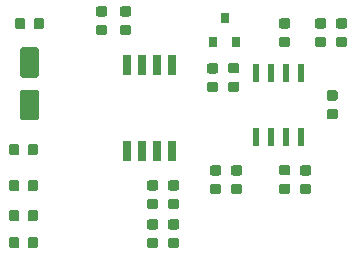
<source format=gbr>
G04 #@! TF.GenerationSoftware,KiCad,Pcbnew,(5.1.0)-1*
G04 #@! TF.CreationDate,2019-03-23T20:55:25-04:00*
G04 #@! TF.ProjectId,current_sense,63757272-656e-4745-9f73-656e73652e6b,rev?*
G04 #@! TF.SameCoordinates,Original*
G04 #@! TF.FileFunction,Paste,Top*
G04 #@! TF.FilePolarity,Positive*
%FSLAX46Y46*%
G04 Gerber Fmt 4.6, Leading zero omitted, Abs format (unit mm)*
G04 Created by KiCad (PCBNEW (5.1.0)-1) date 2019-03-23 20:55:25*
%MOMM*%
%LPD*%
G04 APERTURE LIST*
%ADD10C,0.100000*%
%ADD11C,0.875000*%
%ADD12C,1.600000*%
%ADD13R,0.800000X0.900000*%
%ADD14R,0.600000X1.550000*%
%ADD15R,0.650000X1.700000*%
G04 APERTURE END LIST*
D10*
G36*
X140739691Y-48052053D02*
G01*
X140760926Y-48055203D01*
X140781750Y-48060419D01*
X140801962Y-48067651D01*
X140821368Y-48076830D01*
X140839781Y-48087866D01*
X140857024Y-48100654D01*
X140872930Y-48115070D01*
X140887346Y-48130976D01*
X140900134Y-48148219D01*
X140911170Y-48166632D01*
X140920349Y-48186038D01*
X140927581Y-48206250D01*
X140932797Y-48227074D01*
X140935947Y-48248309D01*
X140937000Y-48269750D01*
X140937000Y-48707250D01*
X140935947Y-48728691D01*
X140932797Y-48749926D01*
X140927581Y-48770750D01*
X140920349Y-48790962D01*
X140911170Y-48810368D01*
X140900134Y-48828781D01*
X140887346Y-48846024D01*
X140872930Y-48861930D01*
X140857024Y-48876346D01*
X140839781Y-48889134D01*
X140821368Y-48900170D01*
X140801962Y-48909349D01*
X140781750Y-48916581D01*
X140760926Y-48921797D01*
X140739691Y-48924947D01*
X140718250Y-48926000D01*
X140205750Y-48926000D01*
X140184309Y-48924947D01*
X140163074Y-48921797D01*
X140142250Y-48916581D01*
X140122038Y-48909349D01*
X140102632Y-48900170D01*
X140084219Y-48889134D01*
X140066976Y-48876346D01*
X140051070Y-48861930D01*
X140036654Y-48846024D01*
X140023866Y-48828781D01*
X140012830Y-48810368D01*
X140003651Y-48790962D01*
X139996419Y-48770750D01*
X139991203Y-48749926D01*
X139988053Y-48728691D01*
X139987000Y-48707250D01*
X139987000Y-48269750D01*
X139988053Y-48248309D01*
X139991203Y-48227074D01*
X139996419Y-48206250D01*
X140003651Y-48186038D01*
X140012830Y-48166632D01*
X140023866Y-48148219D01*
X140036654Y-48130976D01*
X140051070Y-48115070D01*
X140066976Y-48100654D01*
X140084219Y-48087866D01*
X140102632Y-48076830D01*
X140122038Y-48067651D01*
X140142250Y-48060419D01*
X140163074Y-48055203D01*
X140184309Y-48052053D01*
X140205750Y-48051000D01*
X140718250Y-48051000D01*
X140739691Y-48052053D01*
X140739691Y-48052053D01*
G37*
D11*
X140462000Y-48488500D03*
D10*
G36*
X140739691Y-49627053D02*
G01*
X140760926Y-49630203D01*
X140781750Y-49635419D01*
X140801962Y-49642651D01*
X140821368Y-49651830D01*
X140839781Y-49662866D01*
X140857024Y-49675654D01*
X140872930Y-49690070D01*
X140887346Y-49705976D01*
X140900134Y-49723219D01*
X140911170Y-49741632D01*
X140920349Y-49761038D01*
X140927581Y-49781250D01*
X140932797Y-49802074D01*
X140935947Y-49823309D01*
X140937000Y-49844750D01*
X140937000Y-50282250D01*
X140935947Y-50303691D01*
X140932797Y-50324926D01*
X140927581Y-50345750D01*
X140920349Y-50365962D01*
X140911170Y-50385368D01*
X140900134Y-50403781D01*
X140887346Y-50421024D01*
X140872930Y-50436930D01*
X140857024Y-50451346D01*
X140839781Y-50464134D01*
X140821368Y-50475170D01*
X140801962Y-50484349D01*
X140781750Y-50491581D01*
X140760926Y-50496797D01*
X140739691Y-50499947D01*
X140718250Y-50501000D01*
X140205750Y-50501000D01*
X140184309Y-50499947D01*
X140163074Y-50496797D01*
X140142250Y-50491581D01*
X140122038Y-50484349D01*
X140102632Y-50475170D01*
X140084219Y-50464134D01*
X140066976Y-50451346D01*
X140051070Y-50436930D01*
X140036654Y-50421024D01*
X140023866Y-50403781D01*
X140012830Y-50385368D01*
X140003651Y-50365962D01*
X139996419Y-50345750D01*
X139991203Y-50324926D01*
X139988053Y-50303691D01*
X139987000Y-50282250D01*
X139987000Y-49844750D01*
X139988053Y-49823309D01*
X139991203Y-49802074D01*
X139996419Y-49781250D01*
X140003651Y-49761038D01*
X140012830Y-49741632D01*
X140023866Y-49723219D01*
X140036654Y-49705976D01*
X140051070Y-49690070D01*
X140066976Y-49675654D01*
X140084219Y-49662866D01*
X140102632Y-49651830D01*
X140122038Y-49642651D01*
X140142250Y-49635419D01*
X140163074Y-49630203D01*
X140184309Y-49627053D01*
X140205750Y-49626000D01*
X140718250Y-49626000D01*
X140739691Y-49627053D01*
X140739691Y-49627053D01*
G37*
D11*
X140462000Y-50063500D03*
D10*
G36*
X142517691Y-48052053D02*
G01*
X142538926Y-48055203D01*
X142559750Y-48060419D01*
X142579962Y-48067651D01*
X142599368Y-48076830D01*
X142617781Y-48087866D01*
X142635024Y-48100654D01*
X142650930Y-48115070D01*
X142665346Y-48130976D01*
X142678134Y-48148219D01*
X142689170Y-48166632D01*
X142698349Y-48186038D01*
X142705581Y-48206250D01*
X142710797Y-48227074D01*
X142713947Y-48248309D01*
X142715000Y-48269750D01*
X142715000Y-48707250D01*
X142713947Y-48728691D01*
X142710797Y-48749926D01*
X142705581Y-48770750D01*
X142698349Y-48790962D01*
X142689170Y-48810368D01*
X142678134Y-48828781D01*
X142665346Y-48846024D01*
X142650930Y-48861930D01*
X142635024Y-48876346D01*
X142617781Y-48889134D01*
X142599368Y-48900170D01*
X142579962Y-48909349D01*
X142559750Y-48916581D01*
X142538926Y-48921797D01*
X142517691Y-48924947D01*
X142496250Y-48926000D01*
X141983750Y-48926000D01*
X141962309Y-48924947D01*
X141941074Y-48921797D01*
X141920250Y-48916581D01*
X141900038Y-48909349D01*
X141880632Y-48900170D01*
X141862219Y-48889134D01*
X141844976Y-48876346D01*
X141829070Y-48861930D01*
X141814654Y-48846024D01*
X141801866Y-48828781D01*
X141790830Y-48810368D01*
X141781651Y-48790962D01*
X141774419Y-48770750D01*
X141769203Y-48749926D01*
X141766053Y-48728691D01*
X141765000Y-48707250D01*
X141765000Y-48269750D01*
X141766053Y-48248309D01*
X141769203Y-48227074D01*
X141774419Y-48206250D01*
X141781651Y-48186038D01*
X141790830Y-48166632D01*
X141801866Y-48148219D01*
X141814654Y-48130976D01*
X141829070Y-48115070D01*
X141844976Y-48100654D01*
X141862219Y-48087866D01*
X141880632Y-48076830D01*
X141900038Y-48067651D01*
X141920250Y-48060419D01*
X141941074Y-48055203D01*
X141962309Y-48052053D01*
X141983750Y-48051000D01*
X142496250Y-48051000D01*
X142517691Y-48052053D01*
X142517691Y-48052053D01*
G37*
D11*
X142240000Y-48488500D03*
D10*
G36*
X142517691Y-49627053D02*
G01*
X142538926Y-49630203D01*
X142559750Y-49635419D01*
X142579962Y-49642651D01*
X142599368Y-49651830D01*
X142617781Y-49662866D01*
X142635024Y-49675654D01*
X142650930Y-49690070D01*
X142665346Y-49705976D01*
X142678134Y-49723219D01*
X142689170Y-49741632D01*
X142698349Y-49761038D01*
X142705581Y-49781250D01*
X142710797Y-49802074D01*
X142713947Y-49823309D01*
X142715000Y-49844750D01*
X142715000Y-50282250D01*
X142713947Y-50303691D01*
X142710797Y-50324926D01*
X142705581Y-50345750D01*
X142698349Y-50365962D01*
X142689170Y-50385368D01*
X142678134Y-50403781D01*
X142665346Y-50421024D01*
X142650930Y-50436930D01*
X142635024Y-50451346D01*
X142617781Y-50464134D01*
X142599368Y-50475170D01*
X142579962Y-50484349D01*
X142559750Y-50491581D01*
X142538926Y-50496797D01*
X142517691Y-50499947D01*
X142496250Y-50501000D01*
X141983750Y-50501000D01*
X141962309Y-50499947D01*
X141941074Y-50496797D01*
X141920250Y-50491581D01*
X141900038Y-50484349D01*
X141880632Y-50475170D01*
X141862219Y-50464134D01*
X141844976Y-50451346D01*
X141829070Y-50436930D01*
X141814654Y-50421024D01*
X141801866Y-50403781D01*
X141790830Y-50385368D01*
X141781651Y-50365962D01*
X141774419Y-50345750D01*
X141769203Y-50324926D01*
X141766053Y-50303691D01*
X141765000Y-50282250D01*
X141765000Y-49844750D01*
X141766053Y-49823309D01*
X141769203Y-49802074D01*
X141774419Y-49781250D01*
X141781651Y-49761038D01*
X141790830Y-49741632D01*
X141801866Y-49723219D01*
X141814654Y-49705976D01*
X141829070Y-49690070D01*
X141844976Y-49675654D01*
X141862219Y-49662866D01*
X141880632Y-49651830D01*
X141900038Y-49642651D01*
X141920250Y-49635419D01*
X141941074Y-49630203D01*
X141962309Y-49627053D01*
X141983750Y-49626000D01*
X142496250Y-49626000D01*
X142517691Y-49627053D01*
X142517691Y-49627053D01*
G37*
D11*
X142240000Y-50063500D03*
D10*
G36*
X131595691Y-53437053D02*
G01*
X131616926Y-53440203D01*
X131637750Y-53445419D01*
X131657962Y-53452651D01*
X131677368Y-53461830D01*
X131695781Y-53472866D01*
X131713024Y-53485654D01*
X131728930Y-53500070D01*
X131743346Y-53515976D01*
X131756134Y-53533219D01*
X131767170Y-53551632D01*
X131776349Y-53571038D01*
X131783581Y-53591250D01*
X131788797Y-53612074D01*
X131791947Y-53633309D01*
X131793000Y-53654750D01*
X131793000Y-54092250D01*
X131791947Y-54113691D01*
X131788797Y-54134926D01*
X131783581Y-54155750D01*
X131776349Y-54175962D01*
X131767170Y-54195368D01*
X131756134Y-54213781D01*
X131743346Y-54231024D01*
X131728930Y-54246930D01*
X131713024Y-54261346D01*
X131695781Y-54274134D01*
X131677368Y-54285170D01*
X131657962Y-54294349D01*
X131637750Y-54301581D01*
X131616926Y-54306797D01*
X131595691Y-54309947D01*
X131574250Y-54311000D01*
X131061750Y-54311000D01*
X131040309Y-54309947D01*
X131019074Y-54306797D01*
X130998250Y-54301581D01*
X130978038Y-54294349D01*
X130958632Y-54285170D01*
X130940219Y-54274134D01*
X130922976Y-54261346D01*
X130907070Y-54246930D01*
X130892654Y-54231024D01*
X130879866Y-54213781D01*
X130868830Y-54195368D01*
X130859651Y-54175962D01*
X130852419Y-54155750D01*
X130847203Y-54134926D01*
X130844053Y-54113691D01*
X130843000Y-54092250D01*
X130843000Y-53654750D01*
X130844053Y-53633309D01*
X130847203Y-53612074D01*
X130852419Y-53591250D01*
X130859651Y-53571038D01*
X130868830Y-53551632D01*
X130879866Y-53533219D01*
X130892654Y-53515976D01*
X130907070Y-53500070D01*
X130922976Y-53485654D01*
X130940219Y-53472866D01*
X130958632Y-53461830D01*
X130978038Y-53452651D01*
X130998250Y-53445419D01*
X131019074Y-53440203D01*
X131040309Y-53437053D01*
X131061750Y-53436000D01*
X131574250Y-53436000D01*
X131595691Y-53437053D01*
X131595691Y-53437053D01*
G37*
D11*
X131318000Y-53873500D03*
D10*
G36*
X131595691Y-51862053D02*
G01*
X131616926Y-51865203D01*
X131637750Y-51870419D01*
X131657962Y-51877651D01*
X131677368Y-51886830D01*
X131695781Y-51897866D01*
X131713024Y-51910654D01*
X131728930Y-51925070D01*
X131743346Y-51940976D01*
X131756134Y-51958219D01*
X131767170Y-51976632D01*
X131776349Y-51996038D01*
X131783581Y-52016250D01*
X131788797Y-52037074D01*
X131791947Y-52058309D01*
X131793000Y-52079750D01*
X131793000Y-52517250D01*
X131791947Y-52538691D01*
X131788797Y-52559926D01*
X131783581Y-52580750D01*
X131776349Y-52600962D01*
X131767170Y-52620368D01*
X131756134Y-52638781D01*
X131743346Y-52656024D01*
X131728930Y-52671930D01*
X131713024Y-52686346D01*
X131695781Y-52699134D01*
X131677368Y-52710170D01*
X131657962Y-52719349D01*
X131637750Y-52726581D01*
X131616926Y-52731797D01*
X131595691Y-52734947D01*
X131574250Y-52736000D01*
X131061750Y-52736000D01*
X131040309Y-52734947D01*
X131019074Y-52731797D01*
X130998250Y-52726581D01*
X130978038Y-52719349D01*
X130958632Y-52710170D01*
X130940219Y-52699134D01*
X130922976Y-52686346D01*
X130907070Y-52671930D01*
X130892654Y-52656024D01*
X130879866Y-52638781D01*
X130868830Y-52620368D01*
X130859651Y-52600962D01*
X130852419Y-52580750D01*
X130847203Y-52559926D01*
X130844053Y-52538691D01*
X130843000Y-52517250D01*
X130843000Y-52079750D01*
X130844053Y-52058309D01*
X130847203Y-52037074D01*
X130852419Y-52016250D01*
X130859651Y-51996038D01*
X130868830Y-51976632D01*
X130879866Y-51958219D01*
X130892654Y-51940976D01*
X130907070Y-51925070D01*
X130922976Y-51910654D01*
X130940219Y-51897866D01*
X130958632Y-51886830D01*
X130978038Y-51877651D01*
X130998250Y-51870419D01*
X131019074Y-51865203D01*
X131040309Y-51862053D01*
X131061750Y-51861000D01*
X131574250Y-51861000D01*
X131595691Y-51862053D01*
X131595691Y-51862053D01*
G37*
D11*
X131318000Y-52298500D03*
D10*
G36*
X133373691Y-53411553D02*
G01*
X133394926Y-53414703D01*
X133415750Y-53419919D01*
X133435962Y-53427151D01*
X133455368Y-53436330D01*
X133473781Y-53447366D01*
X133491024Y-53460154D01*
X133506930Y-53474570D01*
X133521346Y-53490476D01*
X133534134Y-53507719D01*
X133545170Y-53526132D01*
X133554349Y-53545538D01*
X133561581Y-53565750D01*
X133566797Y-53586574D01*
X133569947Y-53607809D01*
X133571000Y-53629250D01*
X133571000Y-54066750D01*
X133569947Y-54088191D01*
X133566797Y-54109426D01*
X133561581Y-54130250D01*
X133554349Y-54150462D01*
X133545170Y-54169868D01*
X133534134Y-54188281D01*
X133521346Y-54205524D01*
X133506930Y-54221430D01*
X133491024Y-54235846D01*
X133473781Y-54248634D01*
X133455368Y-54259670D01*
X133435962Y-54268849D01*
X133415750Y-54276081D01*
X133394926Y-54281297D01*
X133373691Y-54284447D01*
X133352250Y-54285500D01*
X132839750Y-54285500D01*
X132818309Y-54284447D01*
X132797074Y-54281297D01*
X132776250Y-54276081D01*
X132756038Y-54268849D01*
X132736632Y-54259670D01*
X132718219Y-54248634D01*
X132700976Y-54235846D01*
X132685070Y-54221430D01*
X132670654Y-54205524D01*
X132657866Y-54188281D01*
X132646830Y-54169868D01*
X132637651Y-54150462D01*
X132630419Y-54130250D01*
X132625203Y-54109426D01*
X132622053Y-54088191D01*
X132621000Y-54066750D01*
X132621000Y-53629250D01*
X132622053Y-53607809D01*
X132625203Y-53586574D01*
X132630419Y-53565750D01*
X132637651Y-53545538D01*
X132646830Y-53526132D01*
X132657866Y-53507719D01*
X132670654Y-53490476D01*
X132685070Y-53474570D01*
X132700976Y-53460154D01*
X132718219Y-53447366D01*
X132736632Y-53436330D01*
X132756038Y-53427151D01*
X132776250Y-53419919D01*
X132797074Y-53414703D01*
X132818309Y-53411553D01*
X132839750Y-53410500D01*
X133352250Y-53410500D01*
X133373691Y-53411553D01*
X133373691Y-53411553D01*
G37*
D11*
X133096000Y-53848000D03*
D10*
G36*
X133373691Y-51836553D02*
G01*
X133394926Y-51839703D01*
X133415750Y-51844919D01*
X133435962Y-51852151D01*
X133455368Y-51861330D01*
X133473781Y-51872366D01*
X133491024Y-51885154D01*
X133506930Y-51899570D01*
X133521346Y-51915476D01*
X133534134Y-51932719D01*
X133545170Y-51951132D01*
X133554349Y-51970538D01*
X133561581Y-51990750D01*
X133566797Y-52011574D01*
X133569947Y-52032809D01*
X133571000Y-52054250D01*
X133571000Y-52491750D01*
X133569947Y-52513191D01*
X133566797Y-52534426D01*
X133561581Y-52555250D01*
X133554349Y-52575462D01*
X133545170Y-52594868D01*
X133534134Y-52613281D01*
X133521346Y-52630524D01*
X133506930Y-52646430D01*
X133491024Y-52660846D01*
X133473781Y-52673634D01*
X133455368Y-52684670D01*
X133435962Y-52693849D01*
X133415750Y-52701081D01*
X133394926Y-52706297D01*
X133373691Y-52709447D01*
X133352250Y-52710500D01*
X132839750Y-52710500D01*
X132818309Y-52709447D01*
X132797074Y-52706297D01*
X132776250Y-52701081D01*
X132756038Y-52693849D01*
X132736632Y-52684670D01*
X132718219Y-52673634D01*
X132700976Y-52660846D01*
X132685070Y-52646430D01*
X132670654Y-52630524D01*
X132657866Y-52613281D01*
X132646830Y-52594868D01*
X132637651Y-52575462D01*
X132630419Y-52555250D01*
X132625203Y-52534426D01*
X132622053Y-52513191D01*
X132621000Y-52491750D01*
X132621000Y-52054250D01*
X132622053Y-52032809D01*
X132625203Y-52011574D01*
X132630419Y-51990750D01*
X132637651Y-51970538D01*
X132646830Y-51951132D01*
X132657866Y-51932719D01*
X132670654Y-51915476D01*
X132685070Y-51899570D01*
X132700976Y-51885154D01*
X132718219Y-51872366D01*
X132736632Y-51861330D01*
X132756038Y-51852151D01*
X132776250Y-51844919D01*
X132797074Y-51839703D01*
X132818309Y-51836553D01*
X132839750Y-51835500D01*
X133352250Y-51835500D01*
X133373691Y-51836553D01*
X133373691Y-51836553D01*
G37*
D11*
X133096000Y-52273000D03*
D10*
G36*
X131849691Y-62073053D02*
G01*
X131870926Y-62076203D01*
X131891750Y-62081419D01*
X131911962Y-62088651D01*
X131931368Y-62097830D01*
X131949781Y-62108866D01*
X131967024Y-62121654D01*
X131982930Y-62136070D01*
X131997346Y-62151976D01*
X132010134Y-62169219D01*
X132021170Y-62187632D01*
X132030349Y-62207038D01*
X132037581Y-62227250D01*
X132042797Y-62248074D01*
X132045947Y-62269309D01*
X132047000Y-62290750D01*
X132047000Y-62728250D01*
X132045947Y-62749691D01*
X132042797Y-62770926D01*
X132037581Y-62791750D01*
X132030349Y-62811962D01*
X132021170Y-62831368D01*
X132010134Y-62849781D01*
X131997346Y-62867024D01*
X131982930Y-62882930D01*
X131967024Y-62897346D01*
X131949781Y-62910134D01*
X131931368Y-62921170D01*
X131911962Y-62930349D01*
X131891750Y-62937581D01*
X131870926Y-62942797D01*
X131849691Y-62945947D01*
X131828250Y-62947000D01*
X131315750Y-62947000D01*
X131294309Y-62945947D01*
X131273074Y-62942797D01*
X131252250Y-62937581D01*
X131232038Y-62930349D01*
X131212632Y-62921170D01*
X131194219Y-62910134D01*
X131176976Y-62897346D01*
X131161070Y-62882930D01*
X131146654Y-62867024D01*
X131133866Y-62849781D01*
X131122830Y-62831368D01*
X131113651Y-62811962D01*
X131106419Y-62791750D01*
X131101203Y-62770926D01*
X131098053Y-62749691D01*
X131097000Y-62728250D01*
X131097000Y-62290750D01*
X131098053Y-62269309D01*
X131101203Y-62248074D01*
X131106419Y-62227250D01*
X131113651Y-62207038D01*
X131122830Y-62187632D01*
X131133866Y-62169219D01*
X131146654Y-62151976D01*
X131161070Y-62136070D01*
X131176976Y-62121654D01*
X131194219Y-62108866D01*
X131212632Y-62097830D01*
X131232038Y-62088651D01*
X131252250Y-62081419D01*
X131273074Y-62076203D01*
X131294309Y-62073053D01*
X131315750Y-62072000D01*
X131828250Y-62072000D01*
X131849691Y-62073053D01*
X131849691Y-62073053D01*
G37*
D11*
X131572000Y-62509500D03*
D10*
G36*
X131849691Y-60498053D02*
G01*
X131870926Y-60501203D01*
X131891750Y-60506419D01*
X131911962Y-60513651D01*
X131931368Y-60522830D01*
X131949781Y-60533866D01*
X131967024Y-60546654D01*
X131982930Y-60561070D01*
X131997346Y-60576976D01*
X132010134Y-60594219D01*
X132021170Y-60612632D01*
X132030349Y-60632038D01*
X132037581Y-60652250D01*
X132042797Y-60673074D01*
X132045947Y-60694309D01*
X132047000Y-60715750D01*
X132047000Y-61153250D01*
X132045947Y-61174691D01*
X132042797Y-61195926D01*
X132037581Y-61216750D01*
X132030349Y-61236962D01*
X132021170Y-61256368D01*
X132010134Y-61274781D01*
X131997346Y-61292024D01*
X131982930Y-61307930D01*
X131967024Y-61322346D01*
X131949781Y-61335134D01*
X131931368Y-61346170D01*
X131911962Y-61355349D01*
X131891750Y-61362581D01*
X131870926Y-61367797D01*
X131849691Y-61370947D01*
X131828250Y-61372000D01*
X131315750Y-61372000D01*
X131294309Y-61370947D01*
X131273074Y-61367797D01*
X131252250Y-61362581D01*
X131232038Y-61355349D01*
X131212632Y-61346170D01*
X131194219Y-61335134D01*
X131176976Y-61322346D01*
X131161070Y-61307930D01*
X131146654Y-61292024D01*
X131133866Y-61274781D01*
X131122830Y-61256368D01*
X131113651Y-61236962D01*
X131106419Y-61216750D01*
X131101203Y-61195926D01*
X131098053Y-61174691D01*
X131097000Y-61153250D01*
X131097000Y-60715750D01*
X131098053Y-60694309D01*
X131101203Y-60673074D01*
X131106419Y-60652250D01*
X131113651Y-60632038D01*
X131122830Y-60612632D01*
X131133866Y-60594219D01*
X131146654Y-60576976D01*
X131161070Y-60561070D01*
X131176976Y-60546654D01*
X131194219Y-60533866D01*
X131212632Y-60522830D01*
X131232038Y-60513651D01*
X131252250Y-60506419D01*
X131273074Y-60501203D01*
X131294309Y-60498053D01*
X131315750Y-60497000D01*
X131828250Y-60497000D01*
X131849691Y-60498053D01*
X131849691Y-60498053D01*
G37*
D11*
X131572000Y-60934500D03*
D10*
G36*
X133627691Y-62073053D02*
G01*
X133648926Y-62076203D01*
X133669750Y-62081419D01*
X133689962Y-62088651D01*
X133709368Y-62097830D01*
X133727781Y-62108866D01*
X133745024Y-62121654D01*
X133760930Y-62136070D01*
X133775346Y-62151976D01*
X133788134Y-62169219D01*
X133799170Y-62187632D01*
X133808349Y-62207038D01*
X133815581Y-62227250D01*
X133820797Y-62248074D01*
X133823947Y-62269309D01*
X133825000Y-62290750D01*
X133825000Y-62728250D01*
X133823947Y-62749691D01*
X133820797Y-62770926D01*
X133815581Y-62791750D01*
X133808349Y-62811962D01*
X133799170Y-62831368D01*
X133788134Y-62849781D01*
X133775346Y-62867024D01*
X133760930Y-62882930D01*
X133745024Y-62897346D01*
X133727781Y-62910134D01*
X133709368Y-62921170D01*
X133689962Y-62930349D01*
X133669750Y-62937581D01*
X133648926Y-62942797D01*
X133627691Y-62945947D01*
X133606250Y-62947000D01*
X133093750Y-62947000D01*
X133072309Y-62945947D01*
X133051074Y-62942797D01*
X133030250Y-62937581D01*
X133010038Y-62930349D01*
X132990632Y-62921170D01*
X132972219Y-62910134D01*
X132954976Y-62897346D01*
X132939070Y-62882930D01*
X132924654Y-62867024D01*
X132911866Y-62849781D01*
X132900830Y-62831368D01*
X132891651Y-62811962D01*
X132884419Y-62791750D01*
X132879203Y-62770926D01*
X132876053Y-62749691D01*
X132875000Y-62728250D01*
X132875000Y-62290750D01*
X132876053Y-62269309D01*
X132879203Y-62248074D01*
X132884419Y-62227250D01*
X132891651Y-62207038D01*
X132900830Y-62187632D01*
X132911866Y-62169219D01*
X132924654Y-62151976D01*
X132939070Y-62136070D01*
X132954976Y-62121654D01*
X132972219Y-62108866D01*
X132990632Y-62097830D01*
X133010038Y-62088651D01*
X133030250Y-62081419D01*
X133051074Y-62076203D01*
X133072309Y-62073053D01*
X133093750Y-62072000D01*
X133606250Y-62072000D01*
X133627691Y-62073053D01*
X133627691Y-62073053D01*
G37*
D11*
X133350000Y-62509500D03*
D10*
G36*
X133627691Y-60498053D02*
G01*
X133648926Y-60501203D01*
X133669750Y-60506419D01*
X133689962Y-60513651D01*
X133709368Y-60522830D01*
X133727781Y-60533866D01*
X133745024Y-60546654D01*
X133760930Y-60561070D01*
X133775346Y-60576976D01*
X133788134Y-60594219D01*
X133799170Y-60612632D01*
X133808349Y-60632038D01*
X133815581Y-60652250D01*
X133820797Y-60673074D01*
X133823947Y-60694309D01*
X133825000Y-60715750D01*
X133825000Y-61153250D01*
X133823947Y-61174691D01*
X133820797Y-61195926D01*
X133815581Y-61216750D01*
X133808349Y-61236962D01*
X133799170Y-61256368D01*
X133788134Y-61274781D01*
X133775346Y-61292024D01*
X133760930Y-61307930D01*
X133745024Y-61322346D01*
X133727781Y-61335134D01*
X133709368Y-61346170D01*
X133689962Y-61355349D01*
X133669750Y-61362581D01*
X133648926Y-61367797D01*
X133627691Y-61370947D01*
X133606250Y-61372000D01*
X133093750Y-61372000D01*
X133072309Y-61370947D01*
X133051074Y-61367797D01*
X133030250Y-61362581D01*
X133010038Y-61355349D01*
X132990632Y-61346170D01*
X132972219Y-61335134D01*
X132954976Y-61322346D01*
X132939070Y-61307930D01*
X132924654Y-61292024D01*
X132911866Y-61274781D01*
X132900830Y-61256368D01*
X132891651Y-61236962D01*
X132884419Y-61216750D01*
X132879203Y-61195926D01*
X132876053Y-61174691D01*
X132875000Y-61153250D01*
X132875000Y-60715750D01*
X132876053Y-60694309D01*
X132879203Y-60673074D01*
X132884419Y-60652250D01*
X132891651Y-60632038D01*
X132900830Y-60612632D01*
X132911866Y-60594219D01*
X132924654Y-60576976D01*
X132939070Y-60561070D01*
X132954976Y-60546654D01*
X132972219Y-60533866D01*
X132990632Y-60522830D01*
X133010038Y-60513651D01*
X133030250Y-60506419D01*
X133051074Y-60501203D01*
X133072309Y-60498053D01*
X133093750Y-60497000D01*
X133606250Y-60497000D01*
X133627691Y-60498053D01*
X133627691Y-60498053D01*
G37*
D11*
X133350000Y-60934500D03*
D10*
G36*
X116398504Y-54095204D02*
G01*
X116422773Y-54098804D01*
X116446571Y-54104765D01*
X116469671Y-54113030D01*
X116491849Y-54123520D01*
X116512893Y-54136133D01*
X116532598Y-54150747D01*
X116550777Y-54167223D01*
X116567253Y-54185402D01*
X116581867Y-54205107D01*
X116594480Y-54226151D01*
X116604970Y-54248329D01*
X116613235Y-54271429D01*
X116619196Y-54295227D01*
X116622796Y-54319496D01*
X116624000Y-54344000D01*
X116624000Y-56444000D01*
X116622796Y-56468504D01*
X116619196Y-56492773D01*
X116613235Y-56516571D01*
X116604970Y-56539671D01*
X116594480Y-56561849D01*
X116581867Y-56582893D01*
X116567253Y-56602598D01*
X116550777Y-56620777D01*
X116532598Y-56637253D01*
X116512893Y-56651867D01*
X116491849Y-56664480D01*
X116469671Y-56674970D01*
X116446571Y-56683235D01*
X116422773Y-56689196D01*
X116398504Y-56692796D01*
X116374000Y-56694000D01*
X115274000Y-56694000D01*
X115249496Y-56692796D01*
X115225227Y-56689196D01*
X115201429Y-56683235D01*
X115178329Y-56674970D01*
X115156151Y-56664480D01*
X115135107Y-56651867D01*
X115115402Y-56637253D01*
X115097223Y-56620777D01*
X115080747Y-56602598D01*
X115066133Y-56582893D01*
X115053520Y-56561849D01*
X115043030Y-56539671D01*
X115034765Y-56516571D01*
X115028804Y-56492773D01*
X115025204Y-56468504D01*
X115024000Y-56444000D01*
X115024000Y-54344000D01*
X115025204Y-54319496D01*
X115028804Y-54295227D01*
X115034765Y-54271429D01*
X115043030Y-54248329D01*
X115053520Y-54226151D01*
X115066133Y-54205107D01*
X115080747Y-54185402D01*
X115097223Y-54167223D01*
X115115402Y-54150747D01*
X115135107Y-54136133D01*
X115156151Y-54123520D01*
X115178329Y-54113030D01*
X115201429Y-54104765D01*
X115225227Y-54098804D01*
X115249496Y-54095204D01*
X115274000Y-54094000D01*
X116374000Y-54094000D01*
X116398504Y-54095204D01*
X116398504Y-54095204D01*
G37*
D12*
X115824000Y-55394000D03*
D10*
G36*
X116398504Y-50495204D02*
G01*
X116422773Y-50498804D01*
X116446571Y-50504765D01*
X116469671Y-50513030D01*
X116491849Y-50523520D01*
X116512893Y-50536133D01*
X116532598Y-50550747D01*
X116550777Y-50567223D01*
X116567253Y-50585402D01*
X116581867Y-50605107D01*
X116594480Y-50626151D01*
X116604970Y-50648329D01*
X116613235Y-50671429D01*
X116619196Y-50695227D01*
X116622796Y-50719496D01*
X116624000Y-50744000D01*
X116624000Y-52844000D01*
X116622796Y-52868504D01*
X116619196Y-52892773D01*
X116613235Y-52916571D01*
X116604970Y-52939671D01*
X116594480Y-52961849D01*
X116581867Y-52982893D01*
X116567253Y-53002598D01*
X116550777Y-53020777D01*
X116532598Y-53037253D01*
X116512893Y-53051867D01*
X116491849Y-53064480D01*
X116469671Y-53074970D01*
X116446571Y-53083235D01*
X116422773Y-53089196D01*
X116398504Y-53092796D01*
X116374000Y-53094000D01*
X115274000Y-53094000D01*
X115249496Y-53092796D01*
X115225227Y-53089196D01*
X115201429Y-53083235D01*
X115178329Y-53074970D01*
X115156151Y-53064480D01*
X115135107Y-53051867D01*
X115115402Y-53037253D01*
X115097223Y-53020777D01*
X115080747Y-53002598D01*
X115066133Y-52982893D01*
X115053520Y-52961849D01*
X115043030Y-52939671D01*
X115034765Y-52916571D01*
X115028804Y-52892773D01*
X115025204Y-52868504D01*
X115024000Y-52844000D01*
X115024000Y-50744000D01*
X115025204Y-50719496D01*
X115028804Y-50695227D01*
X115034765Y-50671429D01*
X115043030Y-50648329D01*
X115053520Y-50626151D01*
X115066133Y-50605107D01*
X115080747Y-50585402D01*
X115097223Y-50567223D01*
X115115402Y-50550747D01*
X115135107Y-50536133D01*
X115156151Y-50523520D01*
X115178329Y-50513030D01*
X115201429Y-50504765D01*
X115225227Y-50498804D01*
X115249496Y-50495204D01*
X115274000Y-50494000D01*
X116374000Y-50494000D01*
X116398504Y-50495204D01*
X116398504Y-50495204D01*
G37*
D12*
X115824000Y-51794000D03*
D10*
G36*
X124229691Y-47036053D02*
G01*
X124250926Y-47039203D01*
X124271750Y-47044419D01*
X124291962Y-47051651D01*
X124311368Y-47060830D01*
X124329781Y-47071866D01*
X124347024Y-47084654D01*
X124362930Y-47099070D01*
X124377346Y-47114976D01*
X124390134Y-47132219D01*
X124401170Y-47150632D01*
X124410349Y-47170038D01*
X124417581Y-47190250D01*
X124422797Y-47211074D01*
X124425947Y-47232309D01*
X124427000Y-47253750D01*
X124427000Y-47691250D01*
X124425947Y-47712691D01*
X124422797Y-47733926D01*
X124417581Y-47754750D01*
X124410349Y-47774962D01*
X124401170Y-47794368D01*
X124390134Y-47812781D01*
X124377346Y-47830024D01*
X124362930Y-47845930D01*
X124347024Y-47860346D01*
X124329781Y-47873134D01*
X124311368Y-47884170D01*
X124291962Y-47893349D01*
X124271750Y-47900581D01*
X124250926Y-47905797D01*
X124229691Y-47908947D01*
X124208250Y-47910000D01*
X123695750Y-47910000D01*
X123674309Y-47908947D01*
X123653074Y-47905797D01*
X123632250Y-47900581D01*
X123612038Y-47893349D01*
X123592632Y-47884170D01*
X123574219Y-47873134D01*
X123556976Y-47860346D01*
X123541070Y-47845930D01*
X123526654Y-47830024D01*
X123513866Y-47812781D01*
X123502830Y-47794368D01*
X123493651Y-47774962D01*
X123486419Y-47754750D01*
X123481203Y-47733926D01*
X123478053Y-47712691D01*
X123477000Y-47691250D01*
X123477000Y-47253750D01*
X123478053Y-47232309D01*
X123481203Y-47211074D01*
X123486419Y-47190250D01*
X123493651Y-47170038D01*
X123502830Y-47150632D01*
X123513866Y-47132219D01*
X123526654Y-47114976D01*
X123541070Y-47099070D01*
X123556976Y-47084654D01*
X123574219Y-47071866D01*
X123592632Y-47060830D01*
X123612038Y-47051651D01*
X123632250Y-47044419D01*
X123653074Y-47039203D01*
X123674309Y-47036053D01*
X123695750Y-47035000D01*
X124208250Y-47035000D01*
X124229691Y-47036053D01*
X124229691Y-47036053D01*
G37*
D11*
X123952000Y-47472500D03*
D10*
G36*
X124229691Y-48611053D02*
G01*
X124250926Y-48614203D01*
X124271750Y-48619419D01*
X124291962Y-48626651D01*
X124311368Y-48635830D01*
X124329781Y-48646866D01*
X124347024Y-48659654D01*
X124362930Y-48674070D01*
X124377346Y-48689976D01*
X124390134Y-48707219D01*
X124401170Y-48725632D01*
X124410349Y-48745038D01*
X124417581Y-48765250D01*
X124422797Y-48786074D01*
X124425947Y-48807309D01*
X124427000Y-48828750D01*
X124427000Y-49266250D01*
X124425947Y-49287691D01*
X124422797Y-49308926D01*
X124417581Y-49329750D01*
X124410349Y-49349962D01*
X124401170Y-49369368D01*
X124390134Y-49387781D01*
X124377346Y-49405024D01*
X124362930Y-49420930D01*
X124347024Y-49435346D01*
X124329781Y-49448134D01*
X124311368Y-49459170D01*
X124291962Y-49468349D01*
X124271750Y-49475581D01*
X124250926Y-49480797D01*
X124229691Y-49483947D01*
X124208250Y-49485000D01*
X123695750Y-49485000D01*
X123674309Y-49483947D01*
X123653074Y-49480797D01*
X123632250Y-49475581D01*
X123612038Y-49468349D01*
X123592632Y-49459170D01*
X123574219Y-49448134D01*
X123556976Y-49435346D01*
X123541070Y-49420930D01*
X123526654Y-49405024D01*
X123513866Y-49387781D01*
X123502830Y-49369368D01*
X123493651Y-49349962D01*
X123486419Y-49329750D01*
X123481203Y-49308926D01*
X123478053Y-49287691D01*
X123477000Y-49266250D01*
X123477000Y-48828750D01*
X123478053Y-48807309D01*
X123481203Y-48786074D01*
X123486419Y-48765250D01*
X123493651Y-48745038D01*
X123502830Y-48725632D01*
X123513866Y-48707219D01*
X123526654Y-48689976D01*
X123541070Y-48674070D01*
X123556976Y-48659654D01*
X123574219Y-48646866D01*
X123592632Y-48635830D01*
X123612038Y-48626651D01*
X123632250Y-48619419D01*
X123653074Y-48614203D01*
X123674309Y-48611053D01*
X123695750Y-48610000D01*
X124208250Y-48610000D01*
X124229691Y-48611053D01*
X124229691Y-48611053D01*
G37*
D11*
X123952000Y-49047500D03*
D10*
G36*
X122197691Y-47036053D02*
G01*
X122218926Y-47039203D01*
X122239750Y-47044419D01*
X122259962Y-47051651D01*
X122279368Y-47060830D01*
X122297781Y-47071866D01*
X122315024Y-47084654D01*
X122330930Y-47099070D01*
X122345346Y-47114976D01*
X122358134Y-47132219D01*
X122369170Y-47150632D01*
X122378349Y-47170038D01*
X122385581Y-47190250D01*
X122390797Y-47211074D01*
X122393947Y-47232309D01*
X122395000Y-47253750D01*
X122395000Y-47691250D01*
X122393947Y-47712691D01*
X122390797Y-47733926D01*
X122385581Y-47754750D01*
X122378349Y-47774962D01*
X122369170Y-47794368D01*
X122358134Y-47812781D01*
X122345346Y-47830024D01*
X122330930Y-47845930D01*
X122315024Y-47860346D01*
X122297781Y-47873134D01*
X122279368Y-47884170D01*
X122259962Y-47893349D01*
X122239750Y-47900581D01*
X122218926Y-47905797D01*
X122197691Y-47908947D01*
X122176250Y-47910000D01*
X121663750Y-47910000D01*
X121642309Y-47908947D01*
X121621074Y-47905797D01*
X121600250Y-47900581D01*
X121580038Y-47893349D01*
X121560632Y-47884170D01*
X121542219Y-47873134D01*
X121524976Y-47860346D01*
X121509070Y-47845930D01*
X121494654Y-47830024D01*
X121481866Y-47812781D01*
X121470830Y-47794368D01*
X121461651Y-47774962D01*
X121454419Y-47754750D01*
X121449203Y-47733926D01*
X121446053Y-47712691D01*
X121445000Y-47691250D01*
X121445000Y-47253750D01*
X121446053Y-47232309D01*
X121449203Y-47211074D01*
X121454419Y-47190250D01*
X121461651Y-47170038D01*
X121470830Y-47150632D01*
X121481866Y-47132219D01*
X121494654Y-47114976D01*
X121509070Y-47099070D01*
X121524976Y-47084654D01*
X121542219Y-47071866D01*
X121560632Y-47060830D01*
X121580038Y-47051651D01*
X121600250Y-47044419D01*
X121621074Y-47039203D01*
X121642309Y-47036053D01*
X121663750Y-47035000D01*
X122176250Y-47035000D01*
X122197691Y-47036053D01*
X122197691Y-47036053D01*
G37*
D11*
X121920000Y-47472500D03*
D10*
G36*
X122197691Y-48611053D02*
G01*
X122218926Y-48614203D01*
X122239750Y-48619419D01*
X122259962Y-48626651D01*
X122279368Y-48635830D01*
X122297781Y-48646866D01*
X122315024Y-48659654D01*
X122330930Y-48674070D01*
X122345346Y-48689976D01*
X122358134Y-48707219D01*
X122369170Y-48725632D01*
X122378349Y-48745038D01*
X122385581Y-48765250D01*
X122390797Y-48786074D01*
X122393947Y-48807309D01*
X122395000Y-48828750D01*
X122395000Y-49266250D01*
X122393947Y-49287691D01*
X122390797Y-49308926D01*
X122385581Y-49329750D01*
X122378349Y-49349962D01*
X122369170Y-49369368D01*
X122358134Y-49387781D01*
X122345346Y-49405024D01*
X122330930Y-49420930D01*
X122315024Y-49435346D01*
X122297781Y-49448134D01*
X122279368Y-49459170D01*
X122259962Y-49468349D01*
X122239750Y-49475581D01*
X122218926Y-49480797D01*
X122197691Y-49483947D01*
X122176250Y-49485000D01*
X121663750Y-49485000D01*
X121642309Y-49483947D01*
X121621074Y-49480797D01*
X121600250Y-49475581D01*
X121580038Y-49468349D01*
X121560632Y-49459170D01*
X121542219Y-49448134D01*
X121524976Y-49435346D01*
X121509070Y-49420930D01*
X121494654Y-49405024D01*
X121481866Y-49387781D01*
X121470830Y-49369368D01*
X121461651Y-49349962D01*
X121454419Y-49329750D01*
X121449203Y-49308926D01*
X121446053Y-49287691D01*
X121445000Y-49266250D01*
X121445000Y-48828750D01*
X121446053Y-48807309D01*
X121449203Y-48786074D01*
X121454419Y-48765250D01*
X121461651Y-48745038D01*
X121470830Y-48725632D01*
X121481866Y-48707219D01*
X121494654Y-48689976D01*
X121509070Y-48674070D01*
X121524976Y-48659654D01*
X121542219Y-48646866D01*
X121560632Y-48635830D01*
X121580038Y-48626651D01*
X121600250Y-48619419D01*
X121621074Y-48614203D01*
X121642309Y-48611053D01*
X121663750Y-48610000D01*
X122176250Y-48610000D01*
X122197691Y-48611053D01*
X122197691Y-48611053D01*
G37*
D11*
X121920000Y-49047500D03*
D10*
G36*
X128293691Y-65070053D02*
G01*
X128314926Y-65073203D01*
X128335750Y-65078419D01*
X128355962Y-65085651D01*
X128375368Y-65094830D01*
X128393781Y-65105866D01*
X128411024Y-65118654D01*
X128426930Y-65133070D01*
X128441346Y-65148976D01*
X128454134Y-65166219D01*
X128465170Y-65184632D01*
X128474349Y-65204038D01*
X128481581Y-65224250D01*
X128486797Y-65245074D01*
X128489947Y-65266309D01*
X128491000Y-65287750D01*
X128491000Y-65725250D01*
X128489947Y-65746691D01*
X128486797Y-65767926D01*
X128481581Y-65788750D01*
X128474349Y-65808962D01*
X128465170Y-65828368D01*
X128454134Y-65846781D01*
X128441346Y-65864024D01*
X128426930Y-65879930D01*
X128411024Y-65894346D01*
X128393781Y-65907134D01*
X128375368Y-65918170D01*
X128355962Y-65927349D01*
X128335750Y-65934581D01*
X128314926Y-65939797D01*
X128293691Y-65942947D01*
X128272250Y-65944000D01*
X127759750Y-65944000D01*
X127738309Y-65942947D01*
X127717074Y-65939797D01*
X127696250Y-65934581D01*
X127676038Y-65927349D01*
X127656632Y-65918170D01*
X127638219Y-65907134D01*
X127620976Y-65894346D01*
X127605070Y-65879930D01*
X127590654Y-65864024D01*
X127577866Y-65846781D01*
X127566830Y-65828368D01*
X127557651Y-65808962D01*
X127550419Y-65788750D01*
X127545203Y-65767926D01*
X127542053Y-65746691D01*
X127541000Y-65725250D01*
X127541000Y-65287750D01*
X127542053Y-65266309D01*
X127545203Y-65245074D01*
X127550419Y-65224250D01*
X127557651Y-65204038D01*
X127566830Y-65184632D01*
X127577866Y-65166219D01*
X127590654Y-65148976D01*
X127605070Y-65133070D01*
X127620976Y-65118654D01*
X127638219Y-65105866D01*
X127656632Y-65094830D01*
X127676038Y-65085651D01*
X127696250Y-65078419D01*
X127717074Y-65073203D01*
X127738309Y-65070053D01*
X127759750Y-65069000D01*
X128272250Y-65069000D01*
X128293691Y-65070053D01*
X128293691Y-65070053D01*
G37*
D11*
X128016000Y-65506500D03*
D10*
G36*
X128293691Y-66645053D02*
G01*
X128314926Y-66648203D01*
X128335750Y-66653419D01*
X128355962Y-66660651D01*
X128375368Y-66669830D01*
X128393781Y-66680866D01*
X128411024Y-66693654D01*
X128426930Y-66708070D01*
X128441346Y-66723976D01*
X128454134Y-66741219D01*
X128465170Y-66759632D01*
X128474349Y-66779038D01*
X128481581Y-66799250D01*
X128486797Y-66820074D01*
X128489947Y-66841309D01*
X128491000Y-66862750D01*
X128491000Y-67300250D01*
X128489947Y-67321691D01*
X128486797Y-67342926D01*
X128481581Y-67363750D01*
X128474349Y-67383962D01*
X128465170Y-67403368D01*
X128454134Y-67421781D01*
X128441346Y-67439024D01*
X128426930Y-67454930D01*
X128411024Y-67469346D01*
X128393781Y-67482134D01*
X128375368Y-67493170D01*
X128355962Y-67502349D01*
X128335750Y-67509581D01*
X128314926Y-67514797D01*
X128293691Y-67517947D01*
X128272250Y-67519000D01*
X127759750Y-67519000D01*
X127738309Y-67517947D01*
X127717074Y-67514797D01*
X127696250Y-67509581D01*
X127676038Y-67502349D01*
X127656632Y-67493170D01*
X127638219Y-67482134D01*
X127620976Y-67469346D01*
X127605070Y-67454930D01*
X127590654Y-67439024D01*
X127577866Y-67421781D01*
X127566830Y-67403368D01*
X127557651Y-67383962D01*
X127550419Y-67363750D01*
X127545203Y-67342926D01*
X127542053Y-67321691D01*
X127541000Y-67300250D01*
X127541000Y-66862750D01*
X127542053Y-66841309D01*
X127545203Y-66820074D01*
X127550419Y-66799250D01*
X127557651Y-66779038D01*
X127566830Y-66759632D01*
X127577866Y-66741219D01*
X127590654Y-66723976D01*
X127605070Y-66708070D01*
X127620976Y-66693654D01*
X127638219Y-66680866D01*
X127656632Y-66669830D01*
X127676038Y-66660651D01*
X127696250Y-66653419D01*
X127717074Y-66648203D01*
X127738309Y-66645053D01*
X127759750Y-66644000D01*
X128272250Y-66644000D01*
X128293691Y-66645053D01*
X128293691Y-66645053D01*
G37*
D11*
X128016000Y-67081500D03*
D10*
G36*
X126515691Y-65070053D02*
G01*
X126536926Y-65073203D01*
X126557750Y-65078419D01*
X126577962Y-65085651D01*
X126597368Y-65094830D01*
X126615781Y-65105866D01*
X126633024Y-65118654D01*
X126648930Y-65133070D01*
X126663346Y-65148976D01*
X126676134Y-65166219D01*
X126687170Y-65184632D01*
X126696349Y-65204038D01*
X126703581Y-65224250D01*
X126708797Y-65245074D01*
X126711947Y-65266309D01*
X126713000Y-65287750D01*
X126713000Y-65725250D01*
X126711947Y-65746691D01*
X126708797Y-65767926D01*
X126703581Y-65788750D01*
X126696349Y-65808962D01*
X126687170Y-65828368D01*
X126676134Y-65846781D01*
X126663346Y-65864024D01*
X126648930Y-65879930D01*
X126633024Y-65894346D01*
X126615781Y-65907134D01*
X126597368Y-65918170D01*
X126577962Y-65927349D01*
X126557750Y-65934581D01*
X126536926Y-65939797D01*
X126515691Y-65942947D01*
X126494250Y-65944000D01*
X125981750Y-65944000D01*
X125960309Y-65942947D01*
X125939074Y-65939797D01*
X125918250Y-65934581D01*
X125898038Y-65927349D01*
X125878632Y-65918170D01*
X125860219Y-65907134D01*
X125842976Y-65894346D01*
X125827070Y-65879930D01*
X125812654Y-65864024D01*
X125799866Y-65846781D01*
X125788830Y-65828368D01*
X125779651Y-65808962D01*
X125772419Y-65788750D01*
X125767203Y-65767926D01*
X125764053Y-65746691D01*
X125763000Y-65725250D01*
X125763000Y-65287750D01*
X125764053Y-65266309D01*
X125767203Y-65245074D01*
X125772419Y-65224250D01*
X125779651Y-65204038D01*
X125788830Y-65184632D01*
X125799866Y-65166219D01*
X125812654Y-65148976D01*
X125827070Y-65133070D01*
X125842976Y-65118654D01*
X125860219Y-65105866D01*
X125878632Y-65094830D01*
X125898038Y-65085651D01*
X125918250Y-65078419D01*
X125939074Y-65073203D01*
X125960309Y-65070053D01*
X125981750Y-65069000D01*
X126494250Y-65069000D01*
X126515691Y-65070053D01*
X126515691Y-65070053D01*
G37*
D11*
X126238000Y-65506500D03*
D10*
G36*
X126515691Y-66645053D02*
G01*
X126536926Y-66648203D01*
X126557750Y-66653419D01*
X126577962Y-66660651D01*
X126597368Y-66669830D01*
X126615781Y-66680866D01*
X126633024Y-66693654D01*
X126648930Y-66708070D01*
X126663346Y-66723976D01*
X126676134Y-66741219D01*
X126687170Y-66759632D01*
X126696349Y-66779038D01*
X126703581Y-66799250D01*
X126708797Y-66820074D01*
X126711947Y-66841309D01*
X126713000Y-66862750D01*
X126713000Y-67300250D01*
X126711947Y-67321691D01*
X126708797Y-67342926D01*
X126703581Y-67363750D01*
X126696349Y-67383962D01*
X126687170Y-67403368D01*
X126676134Y-67421781D01*
X126663346Y-67439024D01*
X126648930Y-67454930D01*
X126633024Y-67469346D01*
X126615781Y-67482134D01*
X126597368Y-67493170D01*
X126577962Y-67502349D01*
X126557750Y-67509581D01*
X126536926Y-67514797D01*
X126515691Y-67517947D01*
X126494250Y-67519000D01*
X125981750Y-67519000D01*
X125960309Y-67517947D01*
X125939074Y-67514797D01*
X125918250Y-67509581D01*
X125898038Y-67502349D01*
X125878632Y-67493170D01*
X125860219Y-67482134D01*
X125842976Y-67469346D01*
X125827070Y-67454930D01*
X125812654Y-67439024D01*
X125799866Y-67421781D01*
X125788830Y-67403368D01*
X125779651Y-67383962D01*
X125772419Y-67363750D01*
X125767203Y-67342926D01*
X125764053Y-67321691D01*
X125763000Y-67300250D01*
X125763000Y-66862750D01*
X125764053Y-66841309D01*
X125767203Y-66820074D01*
X125772419Y-66799250D01*
X125779651Y-66779038D01*
X125788830Y-66759632D01*
X125799866Y-66741219D01*
X125812654Y-66723976D01*
X125827070Y-66708070D01*
X125842976Y-66693654D01*
X125860219Y-66680866D01*
X125878632Y-66669830D01*
X125898038Y-66660651D01*
X125918250Y-66653419D01*
X125939074Y-66648203D01*
X125960309Y-66645053D01*
X125981750Y-66644000D01*
X126494250Y-66644000D01*
X126515691Y-66645053D01*
X126515691Y-66645053D01*
G37*
D11*
X126238000Y-67081500D03*
D13*
X132334000Y-48022000D03*
X133284000Y-50022000D03*
X131384000Y-50022000D03*
D10*
G36*
X137691691Y-60472553D02*
G01*
X137712926Y-60475703D01*
X137733750Y-60480919D01*
X137753962Y-60488151D01*
X137773368Y-60497330D01*
X137791781Y-60508366D01*
X137809024Y-60521154D01*
X137824930Y-60535570D01*
X137839346Y-60551476D01*
X137852134Y-60568719D01*
X137863170Y-60587132D01*
X137872349Y-60606538D01*
X137879581Y-60626750D01*
X137884797Y-60647574D01*
X137887947Y-60668809D01*
X137889000Y-60690250D01*
X137889000Y-61127750D01*
X137887947Y-61149191D01*
X137884797Y-61170426D01*
X137879581Y-61191250D01*
X137872349Y-61211462D01*
X137863170Y-61230868D01*
X137852134Y-61249281D01*
X137839346Y-61266524D01*
X137824930Y-61282430D01*
X137809024Y-61296846D01*
X137791781Y-61309634D01*
X137773368Y-61320670D01*
X137753962Y-61329849D01*
X137733750Y-61337081D01*
X137712926Y-61342297D01*
X137691691Y-61345447D01*
X137670250Y-61346500D01*
X137157750Y-61346500D01*
X137136309Y-61345447D01*
X137115074Y-61342297D01*
X137094250Y-61337081D01*
X137074038Y-61329849D01*
X137054632Y-61320670D01*
X137036219Y-61309634D01*
X137018976Y-61296846D01*
X137003070Y-61282430D01*
X136988654Y-61266524D01*
X136975866Y-61249281D01*
X136964830Y-61230868D01*
X136955651Y-61211462D01*
X136948419Y-61191250D01*
X136943203Y-61170426D01*
X136940053Y-61149191D01*
X136939000Y-61127750D01*
X136939000Y-60690250D01*
X136940053Y-60668809D01*
X136943203Y-60647574D01*
X136948419Y-60626750D01*
X136955651Y-60606538D01*
X136964830Y-60587132D01*
X136975866Y-60568719D01*
X136988654Y-60551476D01*
X137003070Y-60535570D01*
X137018976Y-60521154D01*
X137036219Y-60508366D01*
X137054632Y-60497330D01*
X137074038Y-60488151D01*
X137094250Y-60480919D01*
X137115074Y-60475703D01*
X137136309Y-60472553D01*
X137157750Y-60471500D01*
X137670250Y-60471500D01*
X137691691Y-60472553D01*
X137691691Y-60472553D01*
G37*
D11*
X137414000Y-60909000D03*
D10*
G36*
X137691691Y-62047553D02*
G01*
X137712926Y-62050703D01*
X137733750Y-62055919D01*
X137753962Y-62063151D01*
X137773368Y-62072330D01*
X137791781Y-62083366D01*
X137809024Y-62096154D01*
X137824930Y-62110570D01*
X137839346Y-62126476D01*
X137852134Y-62143719D01*
X137863170Y-62162132D01*
X137872349Y-62181538D01*
X137879581Y-62201750D01*
X137884797Y-62222574D01*
X137887947Y-62243809D01*
X137889000Y-62265250D01*
X137889000Y-62702750D01*
X137887947Y-62724191D01*
X137884797Y-62745426D01*
X137879581Y-62766250D01*
X137872349Y-62786462D01*
X137863170Y-62805868D01*
X137852134Y-62824281D01*
X137839346Y-62841524D01*
X137824930Y-62857430D01*
X137809024Y-62871846D01*
X137791781Y-62884634D01*
X137773368Y-62895670D01*
X137753962Y-62904849D01*
X137733750Y-62912081D01*
X137712926Y-62917297D01*
X137691691Y-62920447D01*
X137670250Y-62921500D01*
X137157750Y-62921500D01*
X137136309Y-62920447D01*
X137115074Y-62917297D01*
X137094250Y-62912081D01*
X137074038Y-62904849D01*
X137054632Y-62895670D01*
X137036219Y-62884634D01*
X137018976Y-62871846D01*
X137003070Y-62857430D01*
X136988654Y-62841524D01*
X136975866Y-62824281D01*
X136964830Y-62805868D01*
X136955651Y-62786462D01*
X136948419Y-62766250D01*
X136943203Y-62745426D01*
X136940053Y-62724191D01*
X136939000Y-62702750D01*
X136939000Y-62265250D01*
X136940053Y-62243809D01*
X136943203Y-62222574D01*
X136948419Y-62201750D01*
X136955651Y-62181538D01*
X136964830Y-62162132D01*
X136975866Y-62143719D01*
X136988654Y-62126476D01*
X137003070Y-62110570D01*
X137018976Y-62096154D01*
X137036219Y-62083366D01*
X137054632Y-62072330D01*
X137074038Y-62063151D01*
X137094250Y-62055919D01*
X137115074Y-62050703D01*
X137136309Y-62047553D01*
X137157750Y-62046500D01*
X137670250Y-62046500D01*
X137691691Y-62047553D01*
X137691691Y-62047553D01*
G37*
D11*
X137414000Y-62484000D03*
D10*
G36*
X139469691Y-62073053D02*
G01*
X139490926Y-62076203D01*
X139511750Y-62081419D01*
X139531962Y-62088651D01*
X139551368Y-62097830D01*
X139569781Y-62108866D01*
X139587024Y-62121654D01*
X139602930Y-62136070D01*
X139617346Y-62151976D01*
X139630134Y-62169219D01*
X139641170Y-62187632D01*
X139650349Y-62207038D01*
X139657581Y-62227250D01*
X139662797Y-62248074D01*
X139665947Y-62269309D01*
X139667000Y-62290750D01*
X139667000Y-62728250D01*
X139665947Y-62749691D01*
X139662797Y-62770926D01*
X139657581Y-62791750D01*
X139650349Y-62811962D01*
X139641170Y-62831368D01*
X139630134Y-62849781D01*
X139617346Y-62867024D01*
X139602930Y-62882930D01*
X139587024Y-62897346D01*
X139569781Y-62910134D01*
X139551368Y-62921170D01*
X139531962Y-62930349D01*
X139511750Y-62937581D01*
X139490926Y-62942797D01*
X139469691Y-62945947D01*
X139448250Y-62947000D01*
X138935750Y-62947000D01*
X138914309Y-62945947D01*
X138893074Y-62942797D01*
X138872250Y-62937581D01*
X138852038Y-62930349D01*
X138832632Y-62921170D01*
X138814219Y-62910134D01*
X138796976Y-62897346D01*
X138781070Y-62882930D01*
X138766654Y-62867024D01*
X138753866Y-62849781D01*
X138742830Y-62831368D01*
X138733651Y-62811962D01*
X138726419Y-62791750D01*
X138721203Y-62770926D01*
X138718053Y-62749691D01*
X138717000Y-62728250D01*
X138717000Y-62290750D01*
X138718053Y-62269309D01*
X138721203Y-62248074D01*
X138726419Y-62227250D01*
X138733651Y-62207038D01*
X138742830Y-62187632D01*
X138753866Y-62169219D01*
X138766654Y-62151976D01*
X138781070Y-62136070D01*
X138796976Y-62121654D01*
X138814219Y-62108866D01*
X138832632Y-62097830D01*
X138852038Y-62088651D01*
X138872250Y-62081419D01*
X138893074Y-62076203D01*
X138914309Y-62073053D01*
X138935750Y-62072000D01*
X139448250Y-62072000D01*
X139469691Y-62073053D01*
X139469691Y-62073053D01*
G37*
D11*
X139192000Y-62509500D03*
D10*
G36*
X139469691Y-60498053D02*
G01*
X139490926Y-60501203D01*
X139511750Y-60506419D01*
X139531962Y-60513651D01*
X139551368Y-60522830D01*
X139569781Y-60533866D01*
X139587024Y-60546654D01*
X139602930Y-60561070D01*
X139617346Y-60576976D01*
X139630134Y-60594219D01*
X139641170Y-60612632D01*
X139650349Y-60632038D01*
X139657581Y-60652250D01*
X139662797Y-60673074D01*
X139665947Y-60694309D01*
X139667000Y-60715750D01*
X139667000Y-61153250D01*
X139665947Y-61174691D01*
X139662797Y-61195926D01*
X139657581Y-61216750D01*
X139650349Y-61236962D01*
X139641170Y-61256368D01*
X139630134Y-61274781D01*
X139617346Y-61292024D01*
X139602930Y-61307930D01*
X139587024Y-61322346D01*
X139569781Y-61335134D01*
X139551368Y-61346170D01*
X139531962Y-61355349D01*
X139511750Y-61362581D01*
X139490926Y-61367797D01*
X139469691Y-61370947D01*
X139448250Y-61372000D01*
X138935750Y-61372000D01*
X138914309Y-61370947D01*
X138893074Y-61367797D01*
X138872250Y-61362581D01*
X138852038Y-61355349D01*
X138832632Y-61346170D01*
X138814219Y-61335134D01*
X138796976Y-61322346D01*
X138781070Y-61307930D01*
X138766654Y-61292024D01*
X138753866Y-61274781D01*
X138742830Y-61256368D01*
X138733651Y-61236962D01*
X138726419Y-61216750D01*
X138721203Y-61195926D01*
X138718053Y-61174691D01*
X138717000Y-61153250D01*
X138717000Y-60715750D01*
X138718053Y-60694309D01*
X138721203Y-60673074D01*
X138726419Y-60652250D01*
X138733651Y-60632038D01*
X138742830Y-60612632D01*
X138753866Y-60594219D01*
X138766654Y-60576976D01*
X138781070Y-60561070D01*
X138796976Y-60546654D01*
X138814219Y-60533866D01*
X138832632Y-60522830D01*
X138852038Y-60513651D01*
X138872250Y-60506419D01*
X138893074Y-60501203D01*
X138914309Y-60498053D01*
X138935750Y-60497000D01*
X139448250Y-60497000D01*
X139469691Y-60498053D01*
X139469691Y-60498053D01*
G37*
D11*
X139192000Y-60934500D03*
D10*
G36*
X128293691Y-61768053D02*
G01*
X128314926Y-61771203D01*
X128335750Y-61776419D01*
X128355962Y-61783651D01*
X128375368Y-61792830D01*
X128393781Y-61803866D01*
X128411024Y-61816654D01*
X128426930Y-61831070D01*
X128441346Y-61846976D01*
X128454134Y-61864219D01*
X128465170Y-61882632D01*
X128474349Y-61902038D01*
X128481581Y-61922250D01*
X128486797Y-61943074D01*
X128489947Y-61964309D01*
X128491000Y-61985750D01*
X128491000Y-62423250D01*
X128489947Y-62444691D01*
X128486797Y-62465926D01*
X128481581Y-62486750D01*
X128474349Y-62506962D01*
X128465170Y-62526368D01*
X128454134Y-62544781D01*
X128441346Y-62562024D01*
X128426930Y-62577930D01*
X128411024Y-62592346D01*
X128393781Y-62605134D01*
X128375368Y-62616170D01*
X128355962Y-62625349D01*
X128335750Y-62632581D01*
X128314926Y-62637797D01*
X128293691Y-62640947D01*
X128272250Y-62642000D01*
X127759750Y-62642000D01*
X127738309Y-62640947D01*
X127717074Y-62637797D01*
X127696250Y-62632581D01*
X127676038Y-62625349D01*
X127656632Y-62616170D01*
X127638219Y-62605134D01*
X127620976Y-62592346D01*
X127605070Y-62577930D01*
X127590654Y-62562024D01*
X127577866Y-62544781D01*
X127566830Y-62526368D01*
X127557651Y-62506962D01*
X127550419Y-62486750D01*
X127545203Y-62465926D01*
X127542053Y-62444691D01*
X127541000Y-62423250D01*
X127541000Y-61985750D01*
X127542053Y-61964309D01*
X127545203Y-61943074D01*
X127550419Y-61922250D01*
X127557651Y-61902038D01*
X127566830Y-61882632D01*
X127577866Y-61864219D01*
X127590654Y-61846976D01*
X127605070Y-61831070D01*
X127620976Y-61816654D01*
X127638219Y-61803866D01*
X127656632Y-61792830D01*
X127676038Y-61783651D01*
X127696250Y-61776419D01*
X127717074Y-61771203D01*
X127738309Y-61768053D01*
X127759750Y-61767000D01*
X128272250Y-61767000D01*
X128293691Y-61768053D01*
X128293691Y-61768053D01*
G37*
D11*
X128016000Y-62204500D03*
D10*
G36*
X128293691Y-63343053D02*
G01*
X128314926Y-63346203D01*
X128335750Y-63351419D01*
X128355962Y-63358651D01*
X128375368Y-63367830D01*
X128393781Y-63378866D01*
X128411024Y-63391654D01*
X128426930Y-63406070D01*
X128441346Y-63421976D01*
X128454134Y-63439219D01*
X128465170Y-63457632D01*
X128474349Y-63477038D01*
X128481581Y-63497250D01*
X128486797Y-63518074D01*
X128489947Y-63539309D01*
X128491000Y-63560750D01*
X128491000Y-63998250D01*
X128489947Y-64019691D01*
X128486797Y-64040926D01*
X128481581Y-64061750D01*
X128474349Y-64081962D01*
X128465170Y-64101368D01*
X128454134Y-64119781D01*
X128441346Y-64137024D01*
X128426930Y-64152930D01*
X128411024Y-64167346D01*
X128393781Y-64180134D01*
X128375368Y-64191170D01*
X128355962Y-64200349D01*
X128335750Y-64207581D01*
X128314926Y-64212797D01*
X128293691Y-64215947D01*
X128272250Y-64217000D01*
X127759750Y-64217000D01*
X127738309Y-64215947D01*
X127717074Y-64212797D01*
X127696250Y-64207581D01*
X127676038Y-64200349D01*
X127656632Y-64191170D01*
X127638219Y-64180134D01*
X127620976Y-64167346D01*
X127605070Y-64152930D01*
X127590654Y-64137024D01*
X127577866Y-64119781D01*
X127566830Y-64101368D01*
X127557651Y-64081962D01*
X127550419Y-64061750D01*
X127545203Y-64040926D01*
X127542053Y-64019691D01*
X127541000Y-63998250D01*
X127541000Y-63560750D01*
X127542053Y-63539309D01*
X127545203Y-63518074D01*
X127550419Y-63497250D01*
X127557651Y-63477038D01*
X127566830Y-63457632D01*
X127577866Y-63439219D01*
X127590654Y-63421976D01*
X127605070Y-63406070D01*
X127620976Y-63391654D01*
X127638219Y-63378866D01*
X127656632Y-63367830D01*
X127676038Y-63358651D01*
X127696250Y-63351419D01*
X127717074Y-63346203D01*
X127738309Y-63343053D01*
X127759750Y-63342000D01*
X128272250Y-63342000D01*
X128293691Y-63343053D01*
X128293691Y-63343053D01*
G37*
D11*
X128016000Y-63779500D03*
D10*
G36*
X141730191Y-55723053D02*
G01*
X141751426Y-55726203D01*
X141772250Y-55731419D01*
X141792462Y-55738651D01*
X141811868Y-55747830D01*
X141830281Y-55758866D01*
X141847524Y-55771654D01*
X141863430Y-55786070D01*
X141877846Y-55801976D01*
X141890634Y-55819219D01*
X141901670Y-55837632D01*
X141910849Y-55857038D01*
X141918081Y-55877250D01*
X141923297Y-55898074D01*
X141926447Y-55919309D01*
X141927500Y-55940750D01*
X141927500Y-56378250D01*
X141926447Y-56399691D01*
X141923297Y-56420926D01*
X141918081Y-56441750D01*
X141910849Y-56461962D01*
X141901670Y-56481368D01*
X141890634Y-56499781D01*
X141877846Y-56517024D01*
X141863430Y-56532930D01*
X141847524Y-56547346D01*
X141830281Y-56560134D01*
X141811868Y-56571170D01*
X141792462Y-56580349D01*
X141772250Y-56587581D01*
X141751426Y-56592797D01*
X141730191Y-56595947D01*
X141708750Y-56597000D01*
X141196250Y-56597000D01*
X141174809Y-56595947D01*
X141153574Y-56592797D01*
X141132750Y-56587581D01*
X141112538Y-56580349D01*
X141093132Y-56571170D01*
X141074719Y-56560134D01*
X141057476Y-56547346D01*
X141041570Y-56532930D01*
X141027154Y-56517024D01*
X141014366Y-56499781D01*
X141003330Y-56481368D01*
X140994151Y-56461962D01*
X140986919Y-56441750D01*
X140981703Y-56420926D01*
X140978553Y-56399691D01*
X140977500Y-56378250D01*
X140977500Y-55940750D01*
X140978553Y-55919309D01*
X140981703Y-55898074D01*
X140986919Y-55877250D01*
X140994151Y-55857038D01*
X141003330Y-55837632D01*
X141014366Y-55819219D01*
X141027154Y-55801976D01*
X141041570Y-55786070D01*
X141057476Y-55771654D01*
X141074719Y-55758866D01*
X141093132Y-55747830D01*
X141112538Y-55738651D01*
X141132750Y-55731419D01*
X141153574Y-55726203D01*
X141174809Y-55723053D01*
X141196250Y-55722000D01*
X141708750Y-55722000D01*
X141730191Y-55723053D01*
X141730191Y-55723053D01*
G37*
D11*
X141452500Y-56159500D03*
D10*
G36*
X141730191Y-54148053D02*
G01*
X141751426Y-54151203D01*
X141772250Y-54156419D01*
X141792462Y-54163651D01*
X141811868Y-54172830D01*
X141830281Y-54183866D01*
X141847524Y-54196654D01*
X141863430Y-54211070D01*
X141877846Y-54226976D01*
X141890634Y-54244219D01*
X141901670Y-54262632D01*
X141910849Y-54282038D01*
X141918081Y-54302250D01*
X141923297Y-54323074D01*
X141926447Y-54344309D01*
X141927500Y-54365750D01*
X141927500Y-54803250D01*
X141926447Y-54824691D01*
X141923297Y-54845926D01*
X141918081Y-54866750D01*
X141910849Y-54886962D01*
X141901670Y-54906368D01*
X141890634Y-54924781D01*
X141877846Y-54942024D01*
X141863430Y-54957930D01*
X141847524Y-54972346D01*
X141830281Y-54985134D01*
X141811868Y-54996170D01*
X141792462Y-55005349D01*
X141772250Y-55012581D01*
X141751426Y-55017797D01*
X141730191Y-55020947D01*
X141708750Y-55022000D01*
X141196250Y-55022000D01*
X141174809Y-55020947D01*
X141153574Y-55017797D01*
X141132750Y-55012581D01*
X141112538Y-55005349D01*
X141093132Y-54996170D01*
X141074719Y-54985134D01*
X141057476Y-54972346D01*
X141041570Y-54957930D01*
X141027154Y-54942024D01*
X141014366Y-54924781D01*
X141003330Y-54906368D01*
X140994151Y-54886962D01*
X140986919Y-54866750D01*
X140981703Y-54845926D01*
X140978553Y-54824691D01*
X140977500Y-54803250D01*
X140977500Y-54365750D01*
X140978553Y-54344309D01*
X140981703Y-54323074D01*
X140986919Y-54302250D01*
X140994151Y-54282038D01*
X141003330Y-54262632D01*
X141014366Y-54244219D01*
X141027154Y-54226976D01*
X141041570Y-54211070D01*
X141057476Y-54196654D01*
X141074719Y-54183866D01*
X141093132Y-54172830D01*
X141112538Y-54163651D01*
X141132750Y-54156419D01*
X141153574Y-54151203D01*
X141174809Y-54148053D01*
X141196250Y-54147000D01*
X141708750Y-54147000D01*
X141730191Y-54148053D01*
X141730191Y-54148053D01*
G37*
D11*
X141452500Y-54584500D03*
D10*
G36*
X126515691Y-61768053D02*
G01*
X126536926Y-61771203D01*
X126557750Y-61776419D01*
X126577962Y-61783651D01*
X126597368Y-61792830D01*
X126615781Y-61803866D01*
X126633024Y-61816654D01*
X126648930Y-61831070D01*
X126663346Y-61846976D01*
X126676134Y-61864219D01*
X126687170Y-61882632D01*
X126696349Y-61902038D01*
X126703581Y-61922250D01*
X126708797Y-61943074D01*
X126711947Y-61964309D01*
X126713000Y-61985750D01*
X126713000Y-62423250D01*
X126711947Y-62444691D01*
X126708797Y-62465926D01*
X126703581Y-62486750D01*
X126696349Y-62506962D01*
X126687170Y-62526368D01*
X126676134Y-62544781D01*
X126663346Y-62562024D01*
X126648930Y-62577930D01*
X126633024Y-62592346D01*
X126615781Y-62605134D01*
X126597368Y-62616170D01*
X126577962Y-62625349D01*
X126557750Y-62632581D01*
X126536926Y-62637797D01*
X126515691Y-62640947D01*
X126494250Y-62642000D01*
X125981750Y-62642000D01*
X125960309Y-62640947D01*
X125939074Y-62637797D01*
X125918250Y-62632581D01*
X125898038Y-62625349D01*
X125878632Y-62616170D01*
X125860219Y-62605134D01*
X125842976Y-62592346D01*
X125827070Y-62577930D01*
X125812654Y-62562024D01*
X125799866Y-62544781D01*
X125788830Y-62526368D01*
X125779651Y-62506962D01*
X125772419Y-62486750D01*
X125767203Y-62465926D01*
X125764053Y-62444691D01*
X125763000Y-62423250D01*
X125763000Y-61985750D01*
X125764053Y-61964309D01*
X125767203Y-61943074D01*
X125772419Y-61922250D01*
X125779651Y-61902038D01*
X125788830Y-61882632D01*
X125799866Y-61864219D01*
X125812654Y-61846976D01*
X125827070Y-61831070D01*
X125842976Y-61816654D01*
X125860219Y-61803866D01*
X125878632Y-61792830D01*
X125898038Y-61783651D01*
X125918250Y-61776419D01*
X125939074Y-61771203D01*
X125960309Y-61768053D01*
X125981750Y-61767000D01*
X126494250Y-61767000D01*
X126515691Y-61768053D01*
X126515691Y-61768053D01*
G37*
D11*
X126238000Y-62204500D03*
D10*
G36*
X126515691Y-63343053D02*
G01*
X126536926Y-63346203D01*
X126557750Y-63351419D01*
X126577962Y-63358651D01*
X126597368Y-63367830D01*
X126615781Y-63378866D01*
X126633024Y-63391654D01*
X126648930Y-63406070D01*
X126663346Y-63421976D01*
X126676134Y-63439219D01*
X126687170Y-63457632D01*
X126696349Y-63477038D01*
X126703581Y-63497250D01*
X126708797Y-63518074D01*
X126711947Y-63539309D01*
X126713000Y-63560750D01*
X126713000Y-63998250D01*
X126711947Y-64019691D01*
X126708797Y-64040926D01*
X126703581Y-64061750D01*
X126696349Y-64081962D01*
X126687170Y-64101368D01*
X126676134Y-64119781D01*
X126663346Y-64137024D01*
X126648930Y-64152930D01*
X126633024Y-64167346D01*
X126615781Y-64180134D01*
X126597368Y-64191170D01*
X126577962Y-64200349D01*
X126557750Y-64207581D01*
X126536926Y-64212797D01*
X126515691Y-64215947D01*
X126494250Y-64217000D01*
X125981750Y-64217000D01*
X125960309Y-64215947D01*
X125939074Y-64212797D01*
X125918250Y-64207581D01*
X125898038Y-64200349D01*
X125878632Y-64191170D01*
X125860219Y-64180134D01*
X125842976Y-64167346D01*
X125827070Y-64152930D01*
X125812654Y-64137024D01*
X125799866Y-64119781D01*
X125788830Y-64101368D01*
X125779651Y-64081962D01*
X125772419Y-64061750D01*
X125767203Y-64040926D01*
X125764053Y-64019691D01*
X125763000Y-63998250D01*
X125763000Y-63560750D01*
X125764053Y-63539309D01*
X125767203Y-63518074D01*
X125772419Y-63497250D01*
X125779651Y-63477038D01*
X125788830Y-63457632D01*
X125799866Y-63439219D01*
X125812654Y-63421976D01*
X125827070Y-63406070D01*
X125842976Y-63391654D01*
X125860219Y-63378866D01*
X125878632Y-63367830D01*
X125898038Y-63358651D01*
X125918250Y-63351419D01*
X125939074Y-63346203D01*
X125960309Y-63343053D01*
X125981750Y-63342000D01*
X126494250Y-63342000D01*
X126515691Y-63343053D01*
X126515691Y-63343053D01*
G37*
D11*
X126238000Y-63779500D03*
D10*
G36*
X114768691Y-58708053D02*
G01*
X114789926Y-58711203D01*
X114810750Y-58716419D01*
X114830962Y-58723651D01*
X114850368Y-58732830D01*
X114868781Y-58743866D01*
X114886024Y-58756654D01*
X114901930Y-58771070D01*
X114916346Y-58786976D01*
X114929134Y-58804219D01*
X114940170Y-58822632D01*
X114949349Y-58842038D01*
X114956581Y-58862250D01*
X114961797Y-58883074D01*
X114964947Y-58904309D01*
X114966000Y-58925750D01*
X114966000Y-59438250D01*
X114964947Y-59459691D01*
X114961797Y-59480926D01*
X114956581Y-59501750D01*
X114949349Y-59521962D01*
X114940170Y-59541368D01*
X114929134Y-59559781D01*
X114916346Y-59577024D01*
X114901930Y-59592930D01*
X114886024Y-59607346D01*
X114868781Y-59620134D01*
X114850368Y-59631170D01*
X114830962Y-59640349D01*
X114810750Y-59647581D01*
X114789926Y-59652797D01*
X114768691Y-59655947D01*
X114747250Y-59657000D01*
X114309750Y-59657000D01*
X114288309Y-59655947D01*
X114267074Y-59652797D01*
X114246250Y-59647581D01*
X114226038Y-59640349D01*
X114206632Y-59631170D01*
X114188219Y-59620134D01*
X114170976Y-59607346D01*
X114155070Y-59592930D01*
X114140654Y-59577024D01*
X114127866Y-59559781D01*
X114116830Y-59541368D01*
X114107651Y-59521962D01*
X114100419Y-59501750D01*
X114095203Y-59480926D01*
X114092053Y-59459691D01*
X114091000Y-59438250D01*
X114091000Y-58925750D01*
X114092053Y-58904309D01*
X114095203Y-58883074D01*
X114100419Y-58862250D01*
X114107651Y-58842038D01*
X114116830Y-58822632D01*
X114127866Y-58804219D01*
X114140654Y-58786976D01*
X114155070Y-58771070D01*
X114170976Y-58756654D01*
X114188219Y-58743866D01*
X114206632Y-58732830D01*
X114226038Y-58723651D01*
X114246250Y-58716419D01*
X114267074Y-58711203D01*
X114288309Y-58708053D01*
X114309750Y-58707000D01*
X114747250Y-58707000D01*
X114768691Y-58708053D01*
X114768691Y-58708053D01*
G37*
D11*
X114528500Y-59182000D03*
D10*
G36*
X116343691Y-58708053D02*
G01*
X116364926Y-58711203D01*
X116385750Y-58716419D01*
X116405962Y-58723651D01*
X116425368Y-58732830D01*
X116443781Y-58743866D01*
X116461024Y-58756654D01*
X116476930Y-58771070D01*
X116491346Y-58786976D01*
X116504134Y-58804219D01*
X116515170Y-58822632D01*
X116524349Y-58842038D01*
X116531581Y-58862250D01*
X116536797Y-58883074D01*
X116539947Y-58904309D01*
X116541000Y-58925750D01*
X116541000Y-59438250D01*
X116539947Y-59459691D01*
X116536797Y-59480926D01*
X116531581Y-59501750D01*
X116524349Y-59521962D01*
X116515170Y-59541368D01*
X116504134Y-59559781D01*
X116491346Y-59577024D01*
X116476930Y-59592930D01*
X116461024Y-59607346D01*
X116443781Y-59620134D01*
X116425368Y-59631170D01*
X116405962Y-59640349D01*
X116385750Y-59647581D01*
X116364926Y-59652797D01*
X116343691Y-59655947D01*
X116322250Y-59657000D01*
X115884750Y-59657000D01*
X115863309Y-59655947D01*
X115842074Y-59652797D01*
X115821250Y-59647581D01*
X115801038Y-59640349D01*
X115781632Y-59631170D01*
X115763219Y-59620134D01*
X115745976Y-59607346D01*
X115730070Y-59592930D01*
X115715654Y-59577024D01*
X115702866Y-59559781D01*
X115691830Y-59541368D01*
X115682651Y-59521962D01*
X115675419Y-59501750D01*
X115670203Y-59480926D01*
X115667053Y-59459691D01*
X115666000Y-59438250D01*
X115666000Y-58925750D01*
X115667053Y-58904309D01*
X115670203Y-58883074D01*
X115675419Y-58862250D01*
X115682651Y-58842038D01*
X115691830Y-58822632D01*
X115702866Y-58804219D01*
X115715654Y-58786976D01*
X115730070Y-58771070D01*
X115745976Y-58756654D01*
X115763219Y-58743866D01*
X115781632Y-58732830D01*
X115801038Y-58723651D01*
X115821250Y-58716419D01*
X115842074Y-58711203D01*
X115863309Y-58708053D01*
X115884750Y-58707000D01*
X116322250Y-58707000D01*
X116343691Y-58708053D01*
X116343691Y-58708053D01*
G37*
D11*
X116103500Y-59182000D03*
D10*
G36*
X116343691Y-66582053D02*
G01*
X116364926Y-66585203D01*
X116385750Y-66590419D01*
X116405962Y-66597651D01*
X116425368Y-66606830D01*
X116443781Y-66617866D01*
X116461024Y-66630654D01*
X116476930Y-66645070D01*
X116491346Y-66660976D01*
X116504134Y-66678219D01*
X116515170Y-66696632D01*
X116524349Y-66716038D01*
X116531581Y-66736250D01*
X116536797Y-66757074D01*
X116539947Y-66778309D01*
X116541000Y-66799750D01*
X116541000Y-67312250D01*
X116539947Y-67333691D01*
X116536797Y-67354926D01*
X116531581Y-67375750D01*
X116524349Y-67395962D01*
X116515170Y-67415368D01*
X116504134Y-67433781D01*
X116491346Y-67451024D01*
X116476930Y-67466930D01*
X116461024Y-67481346D01*
X116443781Y-67494134D01*
X116425368Y-67505170D01*
X116405962Y-67514349D01*
X116385750Y-67521581D01*
X116364926Y-67526797D01*
X116343691Y-67529947D01*
X116322250Y-67531000D01*
X115884750Y-67531000D01*
X115863309Y-67529947D01*
X115842074Y-67526797D01*
X115821250Y-67521581D01*
X115801038Y-67514349D01*
X115781632Y-67505170D01*
X115763219Y-67494134D01*
X115745976Y-67481346D01*
X115730070Y-67466930D01*
X115715654Y-67451024D01*
X115702866Y-67433781D01*
X115691830Y-67415368D01*
X115682651Y-67395962D01*
X115675419Y-67375750D01*
X115670203Y-67354926D01*
X115667053Y-67333691D01*
X115666000Y-67312250D01*
X115666000Y-66799750D01*
X115667053Y-66778309D01*
X115670203Y-66757074D01*
X115675419Y-66736250D01*
X115682651Y-66716038D01*
X115691830Y-66696632D01*
X115702866Y-66678219D01*
X115715654Y-66660976D01*
X115730070Y-66645070D01*
X115745976Y-66630654D01*
X115763219Y-66617866D01*
X115781632Y-66606830D01*
X115801038Y-66597651D01*
X115821250Y-66590419D01*
X115842074Y-66585203D01*
X115863309Y-66582053D01*
X115884750Y-66581000D01*
X116322250Y-66581000D01*
X116343691Y-66582053D01*
X116343691Y-66582053D01*
G37*
D11*
X116103500Y-67056000D03*
D10*
G36*
X114768691Y-66582053D02*
G01*
X114789926Y-66585203D01*
X114810750Y-66590419D01*
X114830962Y-66597651D01*
X114850368Y-66606830D01*
X114868781Y-66617866D01*
X114886024Y-66630654D01*
X114901930Y-66645070D01*
X114916346Y-66660976D01*
X114929134Y-66678219D01*
X114940170Y-66696632D01*
X114949349Y-66716038D01*
X114956581Y-66736250D01*
X114961797Y-66757074D01*
X114964947Y-66778309D01*
X114966000Y-66799750D01*
X114966000Y-67312250D01*
X114964947Y-67333691D01*
X114961797Y-67354926D01*
X114956581Y-67375750D01*
X114949349Y-67395962D01*
X114940170Y-67415368D01*
X114929134Y-67433781D01*
X114916346Y-67451024D01*
X114901930Y-67466930D01*
X114886024Y-67481346D01*
X114868781Y-67494134D01*
X114850368Y-67505170D01*
X114830962Y-67514349D01*
X114810750Y-67521581D01*
X114789926Y-67526797D01*
X114768691Y-67529947D01*
X114747250Y-67531000D01*
X114309750Y-67531000D01*
X114288309Y-67529947D01*
X114267074Y-67526797D01*
X114246250Y-67521581D01*
X114226038Y-67514349D01*
X114206632Y-67505170D01*
X114188219Y-67494134D01*
X114170976Y-67481346D01*
X114155070Y-67466930D01*
X114140654Y-67451024D01*
X114127866Y-67433781D01*
X114116830Y-67415368D01*
X114107651Y-67395962D01*
X114100419Y-67375750D01*
X114095203Y-67354926D01*
X114092053Y-67333691D01*
X114091000Y-67312250D01*
X114091000Y-66799750D01*
X114092053Y-66778309D01*
X114095203Y-66757074D01*
X114100419Y-66736250D01*
X114107651Y-66716038D01*
X114116830Y-66696632D01*
X114127866Y-66678219D01*
X114140654Y-66660976D01*
X114155070Y-66645070D01*
X114170976Y-66630654D01*
X114188219Y-66617866D01*
X114206632Y-66606830D01*
X114226038Y-66597651D01*
X114246250Y-66590419D01*
X114267074Y-66585203D01*
X114288309Y-66582053D01*
X114309750Y-66581000D01*
X114747250Y-66581000D01*
X114768691Y-66582053D01*
X114768691Y-66582053D01*
G37*
D11*
X114528500Y-67056000D03*
D10*
G36*
X116343691Y-64296053D02*
G01*
X116364926Y-64299203D01*
X116385750Y-64304419D01*
X116405962Y-64311651D01*
X116425368Y-64320830D01*
X116443781Y-64331866D01*
X116461024Y-64344654D01*
X116476930Y-64359070D01*
X116491346Y-64374976D01*
X116504134Y-64392219D01*
X116515170Y-64410632D01*
X116524349Y-64430038D01*
X116531581Y-64450250D01*
X116536797Y-64471074D01*
X116539947Y-64492309D01*
X116541000Y-64513750D01*
X116541000Y-65026250D01*
X116539947Y-65047691D01*
X116536797Y-65068926D01*
X116531581Y-65089750D01*
X116524349Y-65109962D01*
X116515170Y-65129368D01*
X116504134Y-65147781D01*
X116491346Y-65165024D01*
X116476930Y-65180930D01*
X116461024Y-65195346D01*
X116443781Y-65208134D01*
X116425368Y-65219170D01*
X116405962Y-65228349D01*
X116385750Y-65235581D01*
X116364926Y-65240797D01*
X116343691Y-65243947D01*
X116322250Y-65245000D01*
X115884750Y-65245000D01*
X115863309Y-65243947D01*
X115842074Y-65240797D01*
X115821250Y-65235581D01*
X115801038Y-65228349D01*
X115781632Y-65219170D01*
X115763219Y-65208134D01*
X115745976Y-65195346D01*
X115730070Y-65180930D01*
X115715654Y-65165024D01*
X115702866Y-65147781D01*
X115691830Y-65129368D01*
X115682651Y-65109962D01*
X115675419Y-65089750D01*
X115670203Y-65068926D01*
X115667053Y-65047691D01*
X115666000Y-65026250D01*
X115666000Y-64513750D01*
X115667053Y-64492309D01*
X115670203Y-64471074D01*
X115675419Y-64450250D01*
X115682651Y-64430038D01*
X115691830Y-64410632D01*
X115702866Y-64392219D01*
X115715654Y-64374976D01*
X115730070Y-64359070D01*
X115745976Y-64344654D01*
X115763219Y-64331866D01*
X115781632Y-64320830D01*
X115801038Y-64311651D01*
X115821250Y-64304419D01*
X115842074Y-64299203D01*
X115863309Y-64296053D01*
X115884750Y-64295000D01*
X116322250Y-64295000D01*
X116343691Y-64296053D01*
X116343691Y-64296053D01*
G37*
D11*
X116103500Y-64770000D03*
D10*
G36*
X114768691Y-64296053D02*
G01*
X114789926Y-64299203D01*
X114810750Y-64304419D01*
X114830962Y-64311651D01*
X114850368Y-64320830D01*
X114868781Y-64331866D01*
X114886024Y-64344654D01*
X114901930Y-64359070D01*
X114916346Y-64374976D01*
X114929134Y-64392219D01*
X114940170Y-64410632D01*
X114949349Y-64430038D01*
X114956581Y-64450250D01*
X114961797Y-64471074D01*
X114964947Y-64492309D01*
X114966000Y-64513750D01*
X114966000Y-65026250D01*
X114964947Y-65047691D01*
X114961797Y-65068926D01*
X114956581Y-65089750D01*
X114949349Y-65109962D01*
X114940170Y-65129368D01*
X114929134Y-65147781D01*
X114916346Y-65165024D01*
X114901930Y-65180930D01*
X114886024Y-65195346D01*
X114868781Y-65208134D01*
X114850368Y-65219170D01*
X114830962Y-65228349D01*
X114810750Y-65235581D01*
X114789926Y-65240797D01*
X114768691Y-65243947D01*
X114747250Y-65245000D01*
X114309750Y-65245000D01*
X114288309Y-65243947D01*
X114267074Y-65240797D01*
X114246250Y-65235581D01*
X114226038Y-65228349D01*
X114206632Y-65219170D01*
X114188219Y-65208134D01*
X114170976Y-65195346D01*
X114155070Y-65180930D01*
X114140654Y-65165024D01*
X114127866Y-65147781D01*
X114116830Y-65129368D01*
X114107651Y-65109962D01*
X114100419Y-65089750D01*
X114095203Y-65068926D01*
X114092053Y-65047691D01*
X114091000Y-65026250D01*
X114091000Y-64513750D01*
X114092053Y-64492309D01*
X114095203Y-64471074D01*
X114100419Y-64450250D01*
X114107651Y-64430038D01*
X114116830Y-64410632D01*
X114127866Y-64392219D01*
X114140654Y-64374976D01*
X114155070Y-64359070D01*
X114170976Y-64344654D01*
X114188219Y-64331866D01*
X114206632Y-64320830D01*
X114226038Y-64311651D01*
X114246250Y-64304419D01*
X114267074Y-64299203D01*
X114288309Y-64296053D01*
X114309750Y-64295000D01*
X114747250Y-64295000D01*
X114768691Y-64296053D01*
X114768691Y-64296053D01*
G37*
D11*
X114528500Y-64770000D03*
D10*
G36*
X137691691Y-48052053D02*
G01*
X137712926Y-48055203D01*
X137733750Y-48060419D01*
X137753962Y-48067651D01*
X137773368Y-48076830D01*
X137791781Y-48087866D01*
X137809024Y-48100654D01*
X137824930Y-48115070D01*
X137839346Y-48130976D01*
X137852134Y-48148219D01*
X137863170Y-48166632D01*
X137872349Y-48186038D01*
X137879581Y-48206250D01*
X137884797Y-48227074D01*
X137887947Y-48248309D01*
X137889000Y-48269750D01*
X137889000Y-48707250D01*
X137887947Y-48728691D01*
X137884797Y-48749926D01*
X137879581Y-48770750D01*
X137872349Y-48790962D01*
X137863170Y-48810368D01*
X137852134Y-48828781D01*
X137839346Y-48846024D01*
X137824930Y-48861930D01*
X137809024Y-48876346D01*
X137791781Y-48889134D01*
X137773368Y-48900170D01*
X137753962Y-48909349D01*
X137733750Y-48916581D01*
X137712926Y-48921797D01*
X137691691Y-48924947D01*
X137670250Y-48926000D01*
X137157750Y-48926000D01*
X137136309Y-48924947D01*
X137115074Y-48921797D01*
X137094250Y-48916581D01*
X137074038Y-48909349D01*
X137054632Y-48900170D01*
X137036219Y-48889134D01*
X137018976Y-48876346D01*
X137003070Y-48861930D01*
X136988654Y-48846024D01*
X136975866Y-48828781D01*
X136964830Y-48810368D01*
X136955651Y-48790962D01*
X136948419Y-48770750D01*
X136943203Y-48749926D01*
X136940053Y-48728691D01*
X136939000Y-48707250D01*
X136939000Y-48269750D01*
X136940053Y-48248309D01*
X136943203Y-48227074D01*
X136948419Y-48206250D01*
X136955651Y-48186038D01*
X136964830Y-48166632D01*
X136975866Y-48148219D01*
X136988654Y-48130976D01*
X137003070Y-48115070D01*
X137018976Y-48100654D01*
X137036219Y-48087866D01*
X137054632Y-48076830D01*
X137074038Y-48067651D01*
X137094250Y-48060419D01*
X137115074Y-48055203D01*
X137136309Y-48052053D01*
X137157750Y-48051000D01*
X137670250Y-48051000D01*
X137691691Y-48052053D01*
X137691691Y-48052053D01*
G37*
D11*
X137414000Y-48488500D03*
D10*
G36*
X137691691Y-49627053D02*
G01*
X137712926Y-49630203D01*
X137733750Y-49635419D01*
X137753962Y-49642651D01*
X137773368Y-49651830D01*
X137791781Y-49662866D01*
X137809024Y-49675654D01*
X137824930Y-49690070D01*
X137839346Y-49705976D01*
X137852134Y-49723219D01*
X137863170Y-49741632D01*
X137872349Y-49761038D01*
X137879581Y-49781250D01*
X137884797Y-49802074D01*
X137887947Y-49823309D01*
X137889000Y-49844750D01*
X137889000Y-50282250D01*
X137887947Y-50303691D01*
X137884797Y-50324926D01*
X137879581Y-50345750D01*
X137872349Y-50365962D01*
X137863170Y-50385368D01*
X137852134Y-50403781D01*
X137839346Y-50421024D01*
X137824930Y-50436930D01*
X137809024Y-50451346D01*
X137791781Y-50464134D01*
X137773368Y-50475170D01*
X137753962Y-50484349D01*
X137733750Y-50491581D01*
X137712926Y-50496797D01*
X137691691Y-50499947D01*
X137670250Y-50501000D01*
X137157750Y-50501000D01*
X137136309Y-50499947D01*
X137115074Y-50496797D01*
X137094250Y-50491581D01*
X137074038Y-50484349D01*
X137054632Y-50475170D01*
X137036219Y-50464134D01*
X137018976Y-50451346D01*
X137003070Y-50436930D01*
X136988654Y-50421024D01*
X136975866Y-50403781D01*
X136964830Y-50385368D01*
X136955651Y-50365962D01*
X136948419Y-50345750D01*
X136943203Y-50324926D01*
X136940053Y-50303691D01*
X136939000Y-50282250D01*
X136939000Y-49844750D01*
X136940053Y-49823309D01*
X136943203Y-49802074D01*
X136948419Y-49781250D01*
X136955651Y-49761038D01*
X136964830Y-49741632D01*
X136975866Y-49723219D01*
X136988654Y-49705976D01*
X137003070Y-49690070D01*
X137018976Y-49675654D01*
X137036219Y-49662866D01*
X137054632Y-49651830D01*
X137074038Y-49642651D01*
X137094250Y-49635419D01*
X137115074Y-49630203D01*
X137136309Y-49627053D01*
X137157750Y-49626000D01*
X137670250Y-49626000D01*
X137691691Y-49627053D01*
X137691691Y-49627053D01*
G37*
D11*
X137414000Y-50063500D03*
D10*
G36*
X116343691Y-61756053D02*
G01*
X116364926Y-61759203D01*
X116385750Y-61764419D01*
X116405962Y-61771651D01*
X116425368Y-61780830D01*
X116443781Y-61791866D01*
X116461024Y-61804654D01*
X116476930Y-61819070D01*
X116491346Y-61834976D01*
X116504134Y-61852219D01*
X116515170Y-61870632D01*
X116524349Y-61890038D01*
X116531581Y-61910250D01*
X116536797Y-61931074D01*
X116539947Y-61952309D01*
X116541000Y-61973750D01*
X116541000Y-62486250D01*
X116539947Y-62507691D01*
X116536797Y-62528926D01*
X116531581Y-62549750D01*
X116524349Y-62569962D01*
X116515170Y-62589368D01*
X116504134Y-62607781D01*
X116491346Y-62625024D01*
X116476930Y-62640930D01*
X116461024Y-62655346D01*
X116443781Y-62668134D01*
X116425368Y-62679170D01*
X116405962Y-62688349D01*
X116385750Y-62695581D01*
X116364926Y-62700797D01*
X116343691Y-62703947D01*
X116322250Y-62705000D01*
X115884750Y-62705000D01*
X115863309Y-62703947D01*
X115842074Y-62700797D01*
X115821250Y-62695581D01*
X115801038Y-62688349D01*
X115781632Y-62679170D01*
X115763219Y-62668134D01*
X115745976Y-62655346D01*
X115730070Y-62640930D01*
X115715654Y-62625024D01*
X115702866Y-62607781D01*
X115691830Y-62589368D01*
X115682651Y-62569962D01*
X115675419Y-62549750D01*
X115670203Y-62528926D01*
X115667053Y-62507691D01*
X115666000Y-62486250D01*
X115666000Y-61973750D01*
X115667053Y-61952309D01*
X115670203Y-61931074D01*
X115675419Y-61910250D01*
X115682651Y-61890038D01*
X115691830Y-61870632D01*
X115702866Y-61852219D01*
X115715654Y-61834976D01*
X115730070Y-61819070D01*
X115745976Y-61804654D01*
X115763219Y-61791866D01*
X115781632Y-61780830D01*
X115801038Y-61771651D01*
X115821250Y-61764419D01*
X115842074Y-61759203D01*
X115863309Y-61756053D01*
X115884750Y-61755000D01*
X116322250Y-61755000D01*
X116343691Y-61756053D01*
X116343691Y-61756053D01*
G37*
D11*
X116103500Y-62230000D03*
D10*
G36*
X114768691Y-61756053D02*
G01*
X114789926Y-61759203D01*
X114810750Y-61764419D01*
X114830962Y-61771651D01*
X114850368Y-61780830D01*
X114868781Y-61791866D01*
X114886024Y-61804654D01*
X114901930Y-61819070D01*
X114916346Y-61834976D01*
X114929134Y-61852219D01*
X114940170Y-61870632D01*
X114949349Y-61890038D01*
X114956581Y-61910250D01*
X114961797Y-61931074D01*
X114964947Y-61952309D01*
X114966000Y-61973750D01*
X114966000Y-62486250D01*
X114964947Y-62507691D01*
X114961797Y-62528926D01*
X114956581Y-62549750D01*
X114949349Y-62569962D01*
X114940170Y-62589368D01*
X114929134Y-62607781D01*
X114916346Y-62625024D01*
X114901930Y-62640930D01*
X114886024Y-62655346D01*
X114868781Y-62668134D01*
X114850368Y-62679170D01*
X114830962Y-62688349D01*
X114810750Y-62695581D01*
X114789926Y-62700797D01*
X114768691Y-62703947D01*
X114747250Y-62705000D01*
X114309750Y-62705000D01*
X114288309Y-62703947D01*
X114267074Y-62700797D01*
X114246250Y-62695581D01*
X114226038Y-62688349D01*
X114206632Y-62679170D01*
X114188219Y-62668134D01*
X114170976Y-62655346D01*
X114155070Y-62640930D01*
X114140654Y-62625024D01*
X114127866Y-62607781D01*
X114116830Y-62589368D01*
X114107651Y-62569962D01*
X114100419Y-62549750D01*
X114095203Y-62528926D01*
X114092053Y-62507691D01*
X114091000Y-62486250D01*
X114091000Y-61973750D01*
X114092053Y-61952309D01*
X114095203Y-61931074D01*
X114100419Y-61910250D01*
X114107651Y-61890038D01*
X114116830Y-61870632D01*
X114127866Y-61852219D01*
X114140654Y-61834976D01*
X114155070Y-61819070D01*
X114170976Y-61804654D01*
X114188219Y-61791866D01*
X114206632Y-61780830D01*
X114226038Y-61771651D01*
X114246250Y-61764419D01*
X114267074Y-61759203D01*
X114288309Y-61756053D01*
X114309750Y-61755000D01*
X114747250Y-61755000D01*
X114768691Y-61756053D01*
X114768691Y-61756053D01*
G37*
D11*
X114528500Y-62230000D03*
D10*
G36*
X115276691Y-48040053D02*
G01*
X115297926Y-48043203D01*
X115318750Y-48048419D01*
X115338962Y-48055651D01*
X115358368Y-48064830D01*
X115376781Y-48075866D01*
X115394024Y-48088654D01*
X115409930Y-48103070D01*
X115424346Y-48118976D01*
X115437134Y-48136219D01*
X115448170Y-48154632D01*
X115457349Y-48174038D01*
X115464581Y-48194250D01*
X115469797Y-48215074D01*
X115472947Y-48236309D01*
X115474000Y-48257750D01*
X115474000Y-48770250D01*
X115472947Y-48791691D01*
X115469797Y-48812926D01*
X115464581Y-48833750D01*
X115457349Y-48853962D01*
X115448170Y-48873368D01*
X115437134Y-48891781D01*
X115424346Y-48909024D01*
X115409930Y-48924930D01*
X115394024Y-48939346D01*
X115376781Y-48952134D01*
X115358368Y-48963170D01*
X115338962Y-48972349D01*
X115318750Y-48979581D01*
X115297926Y-48984797D01*
X115276691Y-48987947D01*
X115255250Y-48989000D01*
X114817750Y-48989000D01*
X114796309Y-48987947D01*
X114775074Y-48984797D01*
X114754250Y-48979581D01*
X114734038Y-48972349D01*
X114714632Y-48963170D01*
X114696219Y-48952134D01*
X114678976Y-48939346D01*
X114663070Y-48924930D01*
X114648654Y-48909024D01*
X114635866Y-48891781D01*
X114624830Y-48873368D01*
X114615651Y-48853962D01*
X114608419Y-48833750D01*
X114603203Y-48812926D01*
X114600053Y-48791691D01*
X114599000Y-48770250D01*
X114599000Y-48257750D01*
X114600053Y-48236309D01*
X114603203Y-48215074D01*
X114608419Y-48194250D01*
X114615651Y-48174038D01*
X114624830Y-48154632D01*
X114635866Y-48136219D01*
X114648654Y-48118976D01*
X114663070Y-48103070D01*
X114678976Y-48088654D01*
X114696219Y-48075866D01*
X114714632Y-48064830D01*
X114734038Y-48055651D01*
X114754250Y-48048419D01*
X114775074Y-48043203D01*
X114796309Y-48040053D01*
X114817750Y-48039000D01*
X115255250Y-48039000D01*
X115276691Y-48040053D01*
X115276691Y-48040053D01*
G37*
D11*
X115036500Y-48514000D03*
D10*
G36*
X116851691Y-48040053D02*
G01*
X116872926Y-48043203D01*
X116893750Y-48048419D01*
X116913962Y-48055651D01*
X116933368Y-48064830D01*
X116951781Y-48075866D01*
X116969024Y-48088654D01*
X116984930Y-48103070D01*
X116999346Y-48118976D01*
X117012134Y-48136219D01*
X117023170Y-48154632D01*
X117032349Y-48174038D01*
X117039581Y-48194250D01*
X117044797Y-48215074D01*
X117047947Y-48236309D01*
X117049000Y-48257750D01*
X117049000Y-48770250D01*
X117047947Y-48791691D01*
X117044797Y-48812926D01*
X117039581Y-48833750D01*
X117032349Y-48853962D01*
X117023170Y-48873368D01*
X117012134Y-48891781D01*
X116999346Y-48909024D01*
X116984930Y-48924930D01*
X116969024Y-48939346D01*
X116951781Y-48952134D01*
X116933368Y-48963170D01*
X116913962Y-48972349D01*
X116893750Y-48979581D01*
X116872926Y-48984797D01*
X116851691Y-48987947D01*
X116830250Y-48989000D01*
X116392750Y-48989000D01*
X116371309Y-48987947D01*
X116350074Y-48984797D01*
X116329250Y-48979581D01*
X116309038Y-48972349D01*
X116289632Y-48963170D01*
X116271219Y-48952134D01*
X116253976Y-48939346D01*
X116238070Y-48924930D01*
X116223654Y-48909024D01*
X116210866Y-48891781D01*
X116199830Y-48873368D01*
X116190651Y-48853962D01*
X116183419Y-48833750D01*
X116178203Y-48812926D01*
X116175053Y-48791691D01*
X116174000Y-48770250D01*
X116174000Y-48257750D01*
X116175053Y-48236309D01*
X116178203Y-48215074D01*
X116183419Y-48194250D01*
X116190651Y-48174038D01*
X116199830Y-48154632D01*
X116210866Y-48136219D01*
X116223654Y-48118976D01*
X116238070Y-48103070D01*
X116253976Y-48088654D01*
X116271219Y-48075866D01*
X116289632Y-48064830D01*
X116309038Y-48055651D01*
X116329250Y-48048419D01*
X116350074Y-48043203D01*
X116371309Y-48040053D01*
X116392750Y-48039000D01*
X116830250Y-48039000D01*
X116851691Y-48040053D01*
X116851691Y-48040053D01*
G37*
D11*
X116611500Y-48514000D03*
D14*
X135001000Y-52672000D03*
X136271000Y-52672000D03*
X137541000Y-52672000D03*
X138811000Y-52672000D03*
X138811000Y-58072000D03*
X137541000Y-58072000D03*
X136271000Y-58072000D03*
X135001000Y-58072000D03*
D15*
X124079000Y-51976000D03*
X125349000Y-51976000D03*
X126619000Y-51976000D03*
X127889000Y-51976000D03*
X127889000Y-59276000D03*
X126619000Y-59276000D03*
X125349000Y-59276000D03*
X124079000Y-59276000D03*
M02*

</source>
